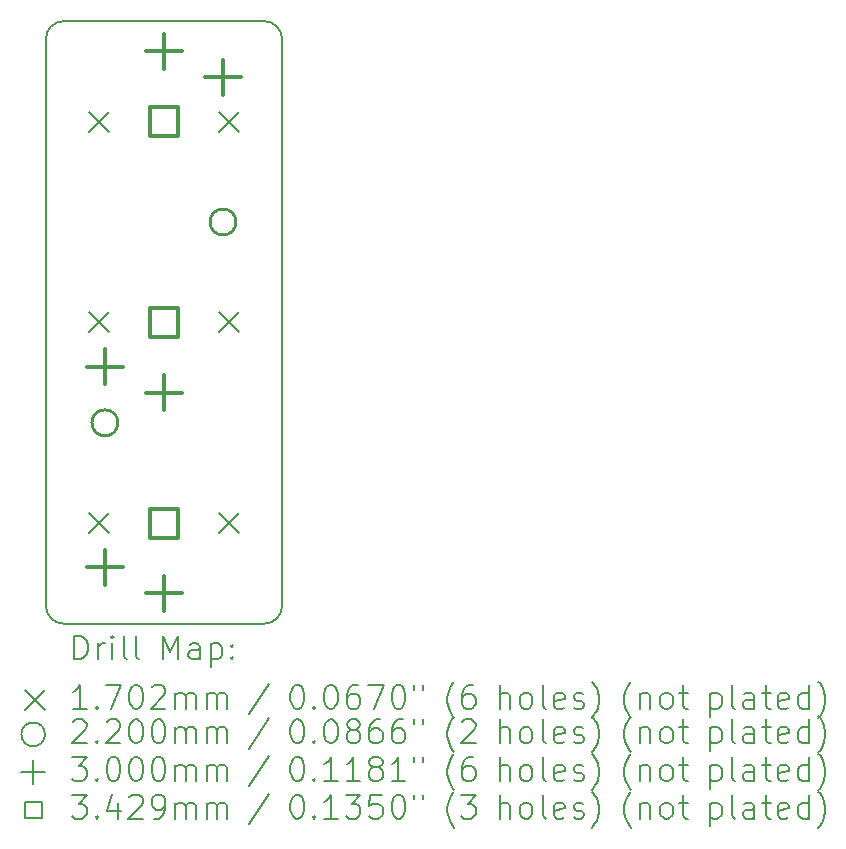
<source format=gbr>
%TF.GenerationSoftware,KiCad,Pcbnew,(7.0.0-0)*%
%TF.CreationDate,2023-06-28T18:09:55+08:00*%
%TF.ProjectId,thumb3,7468756d-6233-42e6-9b69-6361645f7063,v1.0.0*%
%TF.SameCoordinates,Original*%
%TF.FileFunction,Drillmap*%
%TF.FilePolarity,Positive*%
%FSLAX45Y45*%
G04 Gerber Fmt 4.5, Leading zero omitted, Abs format (unit mm)*
G04 Created by KiCad (PCBNEW (7.0.0-0)) date 2023-06-28 18:09:55*
%MOMM*%
%LPD*%
G01*
G04 APERTURE LIST*
%ADD10C,0.150000*%
%ADD11C,0.200000*%
%ADD12C,0.170180*%
%ADD13C,0.220000*%
%ADD14C,0.300000*%
%ADD15C,0.342900*%
G04 APERTURE END LIST*
D10*
X-850000Y-850000D02*
X850000Y-850000D01*
X1000000Y-700000D02*
X1000000Y4100000D01*
X-1000000Y-700000D02*
X-1000000Y4100000D01*
X850000Y4250000D02*
X-850000Y4250000D01*
X850000Y-850000D02*
G75*
G03*
X1000000Y-700000I0J150000D01*
G01*
X1000000Y4100000D02*
G75*
G03*
X850000Y4250000I-150000J0D01*
G01*
X-850000Y4250000D02*
G75*
G03*
X-1000000Y4100000I0J-150000D01*
G01*
X-1000000Y-700000D02*
G75*
G03*
X-850000Y-850000I150000J0D01*
G01*
D11*
D12*
X-635090Y3485090D02*
X-464910Y3314910D01*
X-464910Y3485090D02*
X-635090Y3314910D01*
X-635090Y1785090D02*
X-464910Y1614910D01*
X-464910Y1785090D02*
X-635090Y1614910D01*
X-635090Y85090D02*
X-464910Y-85090D01*
X-464910Y85090D02*
X-635090Y-85090D01*
X464910Y3485090D02*
X635090Y3314910D01*
X635090Y3485090D02*
X464910Y3314910D01*
X464910Y1785090D02*
X635090Y1614910D01*
X635090Y1785090D02*
X464910Y1614910D01*
X464910Y85090D02*
X635090Y-85090D01*
X635090Y85090D02*
X464910Y-85090D01*
D13*
X-390000Y850000D02*
G75*
G03*
X-390000Y850000I-110000J0D01*
G01*
X610000Y2550000D02*
G75*
G03*
X610000Y2550000I-110000J0D01*
G01*
D14*
X-500000Y1475000D02*
X-500000Y1175000D01*
X-650000Y1325000D02*
X-350000Y1325000D01*
X-500000Y-225000D02*
X-500000Y-525000D01*
X-650000Y-375000D02*
X-350000Y-375000D01*
X0Y4145000D02*
X0Y3845000D01*
X-150000Y3995000D02*
X150000Y3995000D01*
X0Y1255000D02*
X0Y955000D01*
X-150000Y1105000D02*
X150000Y1105000D01*
X0Y-445000D02*
X0Y-745000D01*
X-150000Y-595000D02*
X150000Y-595000D01*
X500000Y3925000D02*
X500000Y3625000D01*
X350000Y3775000D02*
X650000Y3775000D01*
D15*
X121235Y3278765D02*
X121235Y3521235D01*
X-121235Y3521235D01*
X-121235Y3278765D01*
X121235Y3278765D01*
X121235Y1578765D02*
X121235Y1821235D01*
X-121235Y1821235D01*
X-121235Y1578765D01*
X121235Y1578765D01*
X121235Y-121235D02*
X121235Y121235D01*
X-121235Y121235D01*
X-121235Y-121235D01*
X121235Y-121235D01*
D11*
X-759881Y-1150976D02*
X-759881Y-950976D01*
X-759881Y-950976D02*
X-712262Y-950976D01*
X-712262Y-950976D02*
X-683690Y-960500D01*
X-683690Y-960500D02*
X-664643Y-979548D01*
X-664643Y-979548D02*
X-655119Y-998595D01*
X-655119Y-998595D02*
X-645595Y-1036690D01*
X-645595Y-1036690D02*
X-645595Y-1065262D01*
X-645595Y-1065262D02*
X-655119Y-1103357D01*
X-655119Y-1103357D02*
X-664643Y-1122405D01*
X-664643Y-1122405D02*
X-683690Y-1141452D01*
X-683690Y-1141452D02*
X-712262Y-1150976D01*
X-712262Y-1150976D02*
X-759881Y-1150976D01*
X-559881Y-1150976D02*
X-559881Y-1017643D01*
X-559881Y-1055738D02*
X-550357Y-1036690D01*
X-550357Y-1036690D02*
X-540833Y-1027167D01*
X-540833Y-1027167D02*
X-521786Y-1017643D01*
X-521786Y-1017643D02*
X-502738Y-1017643D01*
X-436071Y-1150976D02*
X-436071Y-1017643D01*
X-436071Y-950976D02*
X-445595Y-960500D01*
X-445595Y-960500D02*
X-436071Y-970024D01*
X-436071Y-970024D02*
X-426548Y-960500D01*
X-426548Y-960500D02*
X-436071Y-950976D01*
X-436071Y-950976D02*
X-436071Y-970024D01*
X-312262Y-1150976D02*
X-331310Y-1141452D01*
X-331310Y-1141452D02*
X-340833Y-1122405D01*
X-340833Y-1122405D02*
X-340833Y-950976D01*
X-207500Y-1150976D02*
X-226548Y-1141452D01*
X-226548Y-1141452D02*
X-236071Y-1122405D01*
X-236071Y-1122405D02*
X-236071Y-950976D01*
X-11309Y-1150976D02*
X-11309Y-950976D01*
X-11309Y-950976D02*
X55357Y-1093833D01*
X55357Y-1093833D02*
X122024Y-950976D01*
X122024Y-950976D02*
X122024Y-1150976D01*
X302976Y-1150976D02*
X302976Y-1046214D01*
X302976Y-1046214D02*
X293452Y-1027167D01*
X293452Y-1027167D02*
X274405Y-1017643D01*
X274405Y-1017643D02*
X236309Y-1017643D01*
X236309Y-1017643D02*
X217262Y-1027167D01*
X302976Y-1141452D02*
X283929Y-1150976D01*
X283929Y-1150976D02*
X236309Y-1150976D01*
X236309Y-1150976D02*
X217262Y-1141452D01*
X217262Y-1141452D02*
X207738Y-1122405D01*
X207738Y-1122405D02*
X207738Y-1103357D01*
X207738Y-1103357D02*
X217262Y-1084310D01*
X217262Y-1084310D02*
X236309Y-1074786D01*
X236309Y-1074786D02*
X283929Y-1074786D01*
X283929Y-1074786D02*
X302976Y-1065262D01*
X398214Y-1017643D02*
X398214Y-1217643D01*
X398214Y-1027167D02*
X417262Y-1017643D01*
X417262Y-1017643D02*
X455357Y-1017643D01*
X455357Y-1017643D02*
X474405Y-1027167D01*
X474405Y-1027167D02*
X483928Y-1036690D01*
X483928Y-1036690D02*
X493452Y-1055738D01*
X493452Y-1055738D02*
X493452Y-1112881D01*
X493452Y-1112881D02*
X483928Y-1131929D01*
X483928Y-1131929D02*
X474405Y-1141452D01*
X474405Y-1141452D02*
X455357Y-1150976D01*
X455357Y-1150976D02*
X417262Y-1150976D01*
X417262Y-1150976D02*
X398214Y-1141452D01*
X579167Y-1131929D02*
X588690Y-1141452D01*
X588690Y-1141452D02*
X579167Y-1150976D01*
X579167Y-1150976D02*
X569643Y-1141452D01*
X569643Y-1141452D02*
X579167Y-1131929D01*
X579167Y-1131929D02*
X579167Y-1150976D01*
X579167Y-1027167D02*
X588690Y-1036690D01*
X588690Y-1036690D02*
X579167Y-1046214D01*
X579167Y-1046214D02*
X569643Y-1036690D01*
X569643Y-1036690D02*
X579167Y-1027167D01*
X579167Y-1027167D02*
X579167Y-1046214D01*
D12*
X-1177680Y-1412410D02*
X-1007500Y-1582590D01*
X-1007500Y-1412410D02*
X-1177680Y-1582590D01*
D11*
X-655119Y-1570976D02*
X-769405Y-1570976D01*
X-712262Y-1570976D02*
X-712262Y-1370976D01*
X-712262Y-1370976D02*
X-731309Y-1399548D01*
X-731309Y-1399548D02*
X-750357Y-1418595D01*
X-750357Y-1418595D02*
X-769405Y-1428119D01*
X-569405Y-1551928D02*
X-559881Y-1561452D01*
X-559881Y-1561452D02*
X-569405Y-1570976D01*
X-569405Y-1570976D02*
X-578929Y-1561452D01*
X-578929Y-1561452D02*
X-569405Y-1551928D01*
X-569405Y-1551928D02*
X-569405Y-1570976D01*
X-493214Y-1370976D02*
X-359881Y-1370976D01*
X-359881Y-1370976D02*
X-445595Y-1570976D01*
X-245595Y-1370976D02*
X-226547Y-1370976D01*
X-226547Y-1370976D02*
X-207500Y-1380500D01*
X-207500Y-1380500D02*
X-197976Y-1390024D01*
X-197976Y-1390024D02*
X-188452Y-1409071D01*
X-188452Y-1409071D02*
X-178928Y-1447167D01*
X-178928Y-1447167D02*
X-178928Y-1494786D01*
X-178928Y-1494786D02*
X-188452Y-1532881D01*
X-188452Y-1532881D02*
X-197976Y-1551928D01*
X-197976Y-1551928D02*
X-207500Y-1561452D01*
X-207500Y-1561452D02*
X-226547Y-1570976D01*
X-226547Y-1570976D02*
X-245595Y-1570976D01*
X-245595Y-1570976D02*
X-264643Y-1561452D01*
X-264643Y-1561452D02*
X-274167Y-1551928D01*
X-274167Y-1551928D02*
X-283690Y-1532881D01*
X-283690Y-1532881D02*
X-293214Y-1494786D01*
X-293214Y-1494786D02*
X-293214Y-1447167D01*
X-293214Y-1447167D02*
X-283690Y-1409071D01*
X-283690Y-1409071D02*
X-274167Y-1390024D01*
X-274167Y-1390024D02*
X-264643Y-1380500D01*
X-264643Y-1380500D02*
X-245595Y-1370976D01*
X-102738Y-1390024D02*
X-93214Y-1380500D01*
X-93214Y-1380500D02*
X-74167Y-1370976D01*
X-74167Y-1370976D02*
X-26547Y-1370976D01*
X-26547Y-1370976D02*
X-7500Y-1380500D01*
X-7500Y-1380500D02*
X2024Y-1390024D01*
X2024Y-1390024D02*
X11548Y-1409071D01*
X11548Y-1409071D02*
X11548Y-1428119D01*
X11548Y-1428119D02*
X2024Y-1456690D01*
X2024Y-1456690D02*
X-112262Y-1570976D01*
X-112262Y-1570976D02*
X11548Y-1570976D01*
X97262Y-1570976D02*
X97262Y-1437643D01*
X97262Y-1456690D02*
X106786Y-1447167D01*
X106786Y-1447167D02*
X125833Y-1437643D01*
X125833Y-1437643D02*
X154405Y-1437643D01*
X154405Y-1437643D02*
X173452Y-1447167D01*
X173452Y-1447167D02*
X182976Y-1466214D01*
X182976Y-1466214D02*
X182976Y-1570976D01*
X182976Y-1466214D02*
X192500Y-1447167D01*
X192500Y-1447167D02*
X211548Y-1437643D01*
X211548Y-1437643D02*
X240119Y-1437643D01*
X240119Y-1437643D02*
X259167Y-1447167D01*
X259167Y-1447167D02*
X268691Y-1466214D01*
X268691Y-1466214D02*
X268691Y-1570976D01*
X363929Y-1570976D02*
X363929Y-1437643D01*
X363929Y-1456690D02*
X373452Y-1447167D01*
X373452Y-1447167D02*
X392500Y-1437643D01*
X392500Y-1437643D02*
X421071Y-1437643D01*
X421071Y-1437643D02*
X440119Y-1447167D01*
X440119Y-1447167D02*
X449643Y-1466214D01*
X449643Y-1466214D02*
X449643Y-1570976D01*
X449643Y-1466214D02*
X459167Y-1447167D01*
X459167Y-1447167D02*
X478214Y-1437643D01*
X478214Y-1437643D02*
X506786Y-1437643D01*
X506786Y-1437643D02*
X525833Y-1447167D01*
X525833Y-1447167D02*
X535357Y-1466214D01*
X535357Y-1466214D02*
X535357Y-1570976D01*
X893452Y-1361452D02*
X722024Y-1618595D01*
X1118214Y-1370976D02*
X1137262Y-1370976D01*
X1137262Y-1370976D02*
X1156310Y-1380500D01*
X1156310Y-1380500D02*
X1165833Y-1390024D01*
X1165833Y-1390024D02*
X1175357Y-1409071D01*
X1175357Y-1409071D02*
X1184881Y-1447167D01*
X1184881Y-1447167D02*
X1184881Y-1494786D01*
X1184881Y-1494786D02*
X1175357Y-1532881D01*
X1175357Y-1532881D02*
X1165833Y-1551928D01*
X1165833Y-1551928D02*
X1156310Y-1561452D01*
X1156310Y-1561452D02*
X1137262Y-1570976D01*
X1137262Y-1570976D02*
X1118214Y-1570976D01*
X1118214Y-1570976D02*
X1099167Y-1561452D01*
X1099167Y-1561452D02*
X1089643Y-1551928D01*
X1089643Y-1551928D02*
X1080119Y-1532881D01*
X1080119Y-1532881D02*
X1070595Y-1494786D01*
X1070595Y-1494786D02*
X1070595Y-1447167D01*
X1070595Y-1447167D02*
X1080119Y-1409071D01*
X1080119Y-1409071D02*
X1089643Y-1390024D01*
X1089643Y-1390024D02*
X1099167Y-1380500D01*
X1099167Y-1380500D02*
X1118214Y-1370976D01*
X1270595Y-1551928D02*
X1280119Y-1561452D01*
X1280119Y-1561452D02*
X1270595Y-1570976D01*
X1270595Y-1570976D02*
X1261072Y-1561452D01*
X1261072Y-1561452D02*
X1270595Y-1551928D01*
X1270595Y-1551928D02*
X1270595Y-1570976D01*
X1403929Y-1370976D02*
X1422976Y-1370976D01*
X1422976Y-1370976D02*
X1442024Y-1380500D01*
X1442024Y-1380500D02*
X1451548Y-1390024D01*
X1451548Y-1390024D02*
X1461071Y-1409071D01*
X1461071Y-1409071D02*
X1470595Y-1447167D01*
X1470595Y-1447167D02*
X1470595Y-1494786D01*
X1470595Y-1494786D02*
X1461071Y-1532881D01*
X1461071Y-1532881D02*
X1451548Y-1551928D01*
X1451548Y-1551928D02*
X1442024Y-1561452D01*
X1442024Y-1561452D02*
X1422976Y-1570976D01*
X1422976Y-1570976D02*
X1403929Y-1570976D01*
X1403929Y-1570976D02*
X1384881Y-1561452D01*
X1384881Y-1561452D02*
X1375357Y-1551928D01*
X1375357Y-1551928D02*
X1365833Y-1532881D01*
X1365833Y-1532881D02*
X1356310Y-1494786D01*
X1356310Y-1494786D02*
X1356310Y-1447167D01*
X1356310Y-1447167D02*
X1365833Y-1409071D01*
X1365833Y-1409071D02*
X1375357Y-1390024D01*
X1375357Y-1390024D02*
X1384881Y-1380500D01*
X1384881Y-1380500D02*
X1403929Y-1370976D01*
X1642024Y-1370976D02*
X1603929Y-1370976D01*
X1603929Y-1370976D02*
X1584881Y-1380500D01*
X1584881Y-1380500D02*
X1575357Y-1390024D01*
X1575357Y-1390024D02*
X1556310Y-1418595D01*
X1556310Y-1418595D02*
X1546786Y-1456690D01*
X1546786Y-1456690D02*
X1546786Y-1532881D01*
X1546786Y-1532881D02*
X1556310Y-1551928D01*
X1556310Y-1551928D02*
X1565833Y-1561452D01*
X1565833Y-1561452D02*
X1584881Y-1570976D01*
X1584881Y-1570976D02*
X1622976Y-1570976D01*
X1622976Y-1570976D02*
X1642024Y-1561452D01*
X1642024Y-1561452D02*
X1651548Y-1551928D01*
X1651548Y-1551928D02*
X1661071Y-1532881D01*
X1661071Y-1532881D02*
X1661071Y-1485262D01*
X1661071Y-1485262D02*
X1651548Y-1466214D01*
X1651548Y-1466214D02*
X1642024Y-1456690D01*
X1642024Y-1456690D02*
X1622976Y-1447167D01*
X1622976Y-1447167D02*
X1584881Y-1447167D01*
X1584881Y-1447167D02*
X1565833Y-1456690D01*
X1565833Y-1456690D02*
X1556310Y-1466214D01*
X1556310Y-1466214D02*
X1546786Y-1485262D01*
X1727738Y-1370976D02*
X1861071Y-1370976D01*
X1861071Y-1370976D02*
X1775357Y-1570976D01*
X1975357Y-1370976D02*
X1994405Y-1370976D01*
X1994405Y-1370976D02*
X2013452Y-1380500D01*
X2013452Y-1380500D02*
X2022976Y-1390024D01*
X2022976Y-1390024D02*
X2032500Y-1409071D01*
X2032500Y-1409071D02*
X2042024Y-1447167D01*
X2042024Y-1447167D02*
X2042024Y-1494786D01*
X2042024Y-1494786D02*
X2032500Y-1532881D01*
X2032500Y-1532881D02*
X2022976Y-1551928D01*
X2022976Y-1551928D02*
X2013452Y-1561452D01*
X2013452Y-1561452D02*
X1994405Y-1570976D01*
X1994405Y-1570976D02*
X1975357Y-1570976D01*
X1975357Y-1570976D02*
X1956310Y-1561452D01*
X1956310Y-1561452D02*
X1946786Y-1551928D01*
X1946786Y-1551928D02*
X1937262Y-1532881D01*
X1937262Y-1532881D02*
X1927738Y-1494786D01*
X1927738Y-1494786D02*
X1927738Y-1447167D01*
X1927738Y-1447167D02*
X1937262Y-1409071D01*
X1937262Y-1409071D02*
X1946786Y-1390024D01*
X1946786Y-1390024D02*
X1956310Y-1380500D01*
X1956310Y-1380500D02*
X1975357Y-1370976D01*
X2118214Y-1370976D02*
X2118214Y-1409071D01*
X2194405Y-1370976D02*
X2194405Y-1409071D01*
X2457262Y-1647167D02*
X2447738Y-1637643D01*
X2447738Y-1637643D02*
X2428691Y-1609071D01*
X2428691Y-1609071D02*
X2419167Y-1590024D01*
X2419167Y-1590024D02*
X2409643Y-1561452D01*
X2409643Y-1561452D02*
X2400119Y-1513833D01*
X2400119Y-1513833D02*
X2400119Y-1475738D01*
X2400119Y-1475738D02*
X2409643Y-1428119D01*
X2409643Y-1428119D02*
X2419167Y-1399548D01*
X2419167Y-1399548D02*
X2428691Y-1380500D01*
X2428691Y-1380500D02*
X2447738Y-1351929D01*
X2447738Y-1351929D02*
X2457262Y-1342405D01*
X2619167Y-1370976D02*
X2581072Y-1370976D01*
X2581072Y-1370976D02*
X2562024Y-1380500D01*
X2562024Y-1380500D02*
X2552500Y-1390024D01*
X2552500Y-1390024D02*
X2533453Y-1418595D01*
X2533453Y-1418595D02*
X2523929Y-1456690D01*
X2523929Y-1456690D02*
X2523929Y-1532881D01*
X2523929Y-1532881D02*
X2533453Y-1551928D01*
X2533453Y-1551928D02*
X2542976Y-1561452D01*
X2542976Y-1561452D02*
X2562024Y-1570976D01*
X2562024Y-1570976D02*
X2600119Y-1570976D01*
X2600119Y-1570976D02*
X2619167Y-1561452D01*
X2619167Y-1561452D02*
X2628691Y-1551928D01*
X2628691Y-1551928D02*
X2638214Y-1532881D01*
X2638214Y-1532881D02*
X2638214Y-1485262D01*
X2638214Y-1485262D02*
X2628691Y-1466214D01*
X2628691Y-1466214D02*
X2619167Y-1456690D01*
X2619167Y-1456690D02*
X2600119Y-1447167D01*
X2600119Y-1447167D02*
X2562024Y-1447167D01*
X2562024Y-1447167D02*
X2542976Y-1456690D01*
X2542976Y-1456690D02*
X2533453Y-1466214D01*
X2533453Y-1466214D02*
X2523929Y-1485262D01*
X2843929Y-1570976D02*
X2843929Y-1370976D01*
X2929643Y-1570976D02*
X2929643Y-1466214D01*
X2929643Y-1466214D02*
X2920119Y-1447167D01*
X2920119Y-1447167D02*
X2901072Y-1437643D01*
X2901072Y-1437643D02*
X2872500Y-1437643D01*
X2872500Y-1437643D02*
X2853452Y-1447167D01*
X2853452Y-1447167D02*
X2843929Y-1456690D01*
X3053452Y-1570976D02*
X3034405Y-1561452D01*
X3034405Y-1561452D02*
X3024881Y-1551928D01*
X3024881Y-1551928D02*
X3015357Y-1532881D01*
X3015357Y-1532881D02*
X3015357Y-1475738D01*
X3015357Y-1475738D02*
X3024881Y-1456690D01*
X3024881Y-1456690D02*
X3034405Y-1447167D01*
X3034405Y-1447167D02*
X3053452Y-1437643D01*
X3053452Y-1437643D02*
X3082024Y-1437643D01*
X3082024Y-1437643D02*
X3101072Y-1447167D01*
X3101072Y-1447167D02*
X3110595Y-1456690D01*
X3110595Y-1456690D02*
X3120119Y-1475738D01*
X3120119Y-1475738D02*
X3120119Y-1532881D01*
X3120119Y-1532881D02*
X3110595Y-1551928D01*
X3110595Y-1551928D02*
X3101072Y-1561452D01*
X3101072Y-1561452D02*
X3082024Y-1570976D01*
X3082024Y-1570976D02*
X3053452Y-1570976D01*
X3234405Y-1570976D02*
X3215357Y-1561452D01*
X3215357Y-1561452D02*
X3205833Y-1542405D01*
X3205833Y-1542405D02*
X3205833Y-1370976D01*
X3386786Y-1561452D02*
X3367738Y-1570976D01*
X3367738Y-1570976D02*
X3329643Y-1570976D01*
X3329643Y-1570976D02*
X3310595Y-1561452D01*
X3310595Y-1561452D02*
X3301072Y-1542405D01*
X3301072Y-1542405D02*
X3301072Y-1466214D01*
X3301072Y-1466214D02*
X3310595Y-1447167D01*
X3310595Y-1447167D02*
X3329643Y-1437643D01*
X3329643Y-1437643D02*
X3367738Y-1437643D01*
X3367738Y-1437643D02*
X3386786Y-1447167D01*
X3386786Y-1447167D02*
X3396310Y-1466214D01*
X3396310Y-1466214D02*
X3396310Y-1485262D01*
X3396310Y-1485262D02*
X3301072Y-1504309D01*
X3472500Y-1561452D02*
X3491548Y-1570976D01*
X3491548Y-1570976D02*
X3529643Y-1570976D01*
X3529643Y-1570976D02*
X3548691Y-1561452D01*
X3548691Y-1561452D02*
X3558214Y-1542405D01*
X3558214Y-1542405D02*
X3558214Y-1532881D01*
X3558214Y-1532881D02*
X3548691Y-1513833D01*
X3548691Y-1513833D02*
X3529643Y-1504309D01*
X3529643Y-1504309D02*
X3501072Y-1504309D01*
X3501072Y-1504309D02*
X3482024Y-1494786D01*
X3482024Y-1494786D02*
X3472500Y-1475738D01*
X3472500Y-1475738D02*
X3472500Y-1466214D01*
X3472500Y-1466214D02*
X3482024Y-1447167D01*
X3482024Y-1447167D02*
X3501072Y-1437643D01*
X3501072Y-1437643D02*
X3529643Y-1437643D01*
X3529643Y-1437643D02*
X3548691Y-1447167D01*
X3624881Y-1647167D02*
X3634405Y-1637643D01*
X3634405Y-1637643D02*
X3653453Y-1609071D01*
X3653453Y-1609071D02*
X3662976Y-1590024D01*
X3662976Y-1590024D02*
X3672500Y-1561452D01*
X3672500Y-1561452D02*
X3682024Y-1513833D01*
X3682024Y-1513833D02*
X3682024Y-1475738D01*
X3682024Y-1475738D02*
X3672500Y-1428119D01*
X3672500Y-1428119D02*
X3662976Y-1399548D01*
X3662976Y-1399548D02*
X3653453Y-1380500D01*
X3653453Y-1380500D02*
X3634405Y-1351929D01*
X3634405Y-1351929D02*
X3624881Y-1342405D01*
X3954405Y-1647167D02*
X3944881Y-1637643D01*
X3944881Y-1637643D02*
X3925833Y-1609071D01*
X3925833Y-1609071D02*
X3916310Y-1590024D01*
X3916310Y-1590024D02*
X3906786Y-1561452D01*
X3906786Y-1561452D02*
X3897262Y-1513833D01*
X3897262Y-1513833D02*
X3897262Y-1475738D01*
X3897262Y-1475738D02*
X3906786Y-1428119D01*
X3906786Y-1428119D02*
X3916310Y-1399548D01*
X3916310Y-1399548D02*
X3925833Y-1380500D01*
X3925833Y-1380500D02*
X3944881Y-1351929D01*
X3944881Y-1351929D02*
X3954405Y-1342405D01*
X4030595Y-1437643D02*
X4030595Y-1570976D01*
X4030595Y-1456690D02*
X4040119Y-1447167D01*
X4040119Y-1447167D02*
X4059167Y-1437643D01*
X4059167Y-1437643D02*
X4087738Y-1437643D01*
X4087738Y-1437643D02*
X4106786Y-1447167D01*
X4106786Y-1447167D02*
X4116310Y-1466214D01*
X4116310Y-1466214D02*
X4116310Y-1570976D01*
X4240119Y-1570976D02*
X4221072Y-1561452D01*
X4221072Y-1561452D02*
X4211548Y-1551928D01*
X4211548Y-1551928D02*
X4202024Y-1532881D01*
X4202024Y-1532881D02*
X4202024Y-1475738D01*
X4202024Y-1475738D02*
X4211548Y-1456690D01*
X4211548Y-1456690D02*
X4221072Y-1447167D01*
X4221072Y-1447167D02*
X4240119Y-1437643D01*
X4240119Y-1437643D02*
X4268691Y-1437643D01*
X4268691Y-1437643D02*
X4287738Y-1447167D01*
X4287738Y-1447167D02*
X4297262Y-1456690D01*
X4297262Y-1456690D02*
X4306786Y-1475738D01*
X4306786Y-1475738D02*
X4306786Y-1532881D01*
X4306786Y-1532881D02*
X4297262Y-1551928D01*
X4297262Y-1551928D02*
X4287738Y-1561452D01*
X4287738Y-1561452D02*
X4268691Y-1570976D01*
X4268691Y-1570976D02*
X4240119Y-1570976D01*
X4363929Y-1437643D02*
X4440119Y-1437643D01*
X4392500Y-1370976D02*
X4392500Y-1542405D01*
X4392500Y-1542405D02*
X4402024Y-1561452D01*
X4402024Y-1561452D02*
X4421072Y-1570976D01*
X4421072Y-1570976D02*
X4440119Y-1570976D01*
X4626786Y-1437643D02*
X4626786Y-1637643D01*
X4626786Y-1447167D02*
X4645834Y-1437643D01*
X4645834Y-1437643D02*
X4683929Y-1437643D01*
X4683929Y-1437643D02*
X4702976Y-1447167D01*
X4702976Y-1447167D02*
X4712500Y-1456690D01*
X4712500Y-1456690D02*
X4722024Y-1475738D01*
X4722024Y-1475738D02*
X4722024Y-1532881D01*
X4722024Y-1532881D02*
X4712500Y-1551928D01*
X4712500Y-1551928D02*
X4702976Y-1561452D01*
X4702976Y-1561452D02*
X4683929Y-1570976D01*
X4683929Y-1570976D02*
X4645834Y-1570976D01*
X4645834Y-1570976D02*
X4626786Y-1561452D01*
X4836310Y-1570976D02*
X4817262Y-1561452D01*
X4817262Y-1561452D02*
X4807738Y-1542405D01*
X4807738Y-1542405D02*
X4807738Y-1370976D01*
X4998215Y-1570976D02*
X4998215Y-1466214D01*
X4998215Y-1466214D02*
X4988691Y-1447167D01*
X4988691Y-1447167D02*
X4969643Y-1437643D01*
X4969643Y-1437643D02*
X4931548Y-1437643D01*
X4931548Y-1437643D02*
X4912500Y-1447167D01*
X4998215Y-1561452D02*
X4979167Y-1570976D01*
X4979167Y-1570976D02*
X4931548Y-1570976D01*
X4931548Y-1570976D02*
X4912500Y-1561452D01*
X4912500Y-1561452D02*
X4902976Y-1542405D01*
X4902976Y-1542405D02*
X4902976Y-1523357D01*
X4902976Y-1523357D02*
X4912500Y-1504309D01*
X4912500Y-1504309D02*
X4931548Y-1494786D01*
X4931548Y-1494786D02*
X4979167Y-1494786D01*
X4979167Y-1494786D02*
X4998215Y-1485262D01*
X5064881Y-1437643D02*
X5141072Y-1437643D01*
X5093453Y-1370976D02*
X5093453Y-1542405D01*
X5093453Y-1542405D02*
X5102976Y-1561452D01*
X5102976Y-1561452D02*
X5122024Y-1570976D01*
X5122024Y-1570976D02*
X5141072Y-1570976D01*
X5283929Y-1561452D02*
X5264881Y-1570976D01*
X5264881Y-1570976D02*
X5226786Y-1570976D01*
X5226786Y-1570976D02*
X5207738Y-1561452D01*
X5207738Y-1561452D02*
X5198215Y-1542405D01*
X5198215Y-1542405D02*
X5198215Y-1466214D01*
X5198215Y-1466214D02*
X5207738Y-1447167D01*
X5207738Y-1447167D02*
X5226786Y-1437643D01*
X5226786Y-1437643D02*
X5264881Y-1437643D01*
X5264881Y-1437643D02*
X5283929Y-1447167D01*
X5283929Y-1447167D02*
X5293453Y-1466214D01*
X5293453Y-1466214D02*
X5293453Y-1485262D01*
X5293453Y-1485262D02*
X5198215Y-1504309D01*
X5464881Y-1570976D02*
X5464881Y-1370976D01*
X5464881Y-1561452D02*
X5445834Y-1570976D01*
X5445834Y-1570976D02*
X5407738Y-1570976D01*
X5407738Y-1570976D02*
X5388691Y-1561452D01*
X5388691Y-1561452D02*
X5379167Y-1551928D01*
X5379167Y-1551928D02*
X5369643Y-1532881D01*
X5369643Y-1532881D02*
X5369643Y-1475738D01*
X5369643Y-1475738D02*
X5379167Y-1456690D01*
X5379167Y-1456690D02*
X5388691Y-1447167D01*
X5388691Y-1447167D02*
X5407738Y-1437643D01*
X5407738Y-1437643D02*
X5445834Y-1437643D01*
X5445834Y-1437643D02*
X5464881Y-1447167D01*
X5541072Y-1647167D02*
X5550596Y-1637643D01*
X5550596Y-1637643D02*
X5569643Y-1609071D01*
X5569643Y-1609071D02*
X5579167Y-1590024D01*
X5579167Y-1590024D02*
X5588691Y-1561452D01*
X5588691Y-1561452D02*
X5598214Y-1513833D01*
X5598214Y-1513833D02*
X5598214Y-1475738D01*
X5598214Y-1475738D02*
X5588691Y-1428119D01*
X5588691Y-1428119D02*
X5579167Y-1399548D01*
X5579167Y-1399548D02*
X5569643Y-1380500D01*
X5569643Y-1380500D02*
X5550596Y-1351929D01*
X5550596Y-1351929D02*
X5541072Y-1342405D01*
X-1007500Y-1787680D02*
G75*
G03*
X-1007500Y-1787680I-100000J0D01*
G01*
X-769405Y-1680204D02*
X-759881Y-1670680D01*
X-759881Y-1670680D02*
X-740833Y-1661156D01*
X-740833Y-1661156D02*
X-693214Y-1661156D01*
X-693214Y-1661156D02*
X-674167Y-1670680D01*
X-674167Y-1670680D02*
X-664643Y-1680204D01*
X-664643Y-1680204D02*
X-655119Y-1699251D01*
X-655119Y-1699251D02*
X-655119Y-1718299D01*
X-655119Y-1718299D02*
X-664643Y-1746870D01*
X-664643Y-1746870D02*
X-778928Y-1861156D01*
X-778928Y-1861156D02*
X-655119Y-1861156D01*
X-569405Y-1842108D02*
X-559881Y-1851632D01*
X-559881Y-1851632D02*
X-569405Y-1861156D01*
X-569405Y-1861156D02*
X-578929Y-1851632D01*
X-578929Y-1851632D02*
X-569405Y-1842108D01*
X-569405Y-1842108D02*
X-569405Y-1861156D01*
X-483690Y-1680204D02*
X-474167Y-1670680D01*
X-474167Y-1670680D02*
X-455119Y-1661156D01*
X-455119Y-1661156D02*
X-407500Y-1661156D01*
X-407500Y-1661156D02*
X-388452Y-1670680D01*
X-388452Y-1670680D02*
X-378928Y-1680204D01*
X-378928Y-1680204D02*
X-369405Y-1699251D01*
X-369405Y-1699251D02*
X-369405Y-1718299D01*
X-369405Y-1718299D02*
X-378928Y-1746870D01*
X-378928Y-1746870D02*
X-493214Y-1861156D01*
X-493214Y-1861156D02*
X-369405Y-1861156D01*
X-245595Y-1661156D02*
X-226547Y-1661156D01*
X-226547Y-1661156D02*
X-207500Y-1670680D01*
X-207500Y-1670680D02*
X-197976Y-1680204D01*
X-197976Y-1680204D02*
X-188452Y-1699251D01*
X-188452Y-1699251D02*
X-178928Y-1737347D01*
X-178928Y-1737347D02*
X-178928Y-1784966D01*
X-178928Y-1784966D02*
X-188452Y-1823061D01*
X-188452Y-1823061D02*
X-197976Y-1842108D01*
X-197976Y-1842108D02*
X-207500Y-1851632D01*
X-207500Y-1851632D02*
X-226547Y-1861156D01*
X-226547Y-1861156D02*
X-245595Y-1861156D01*
X-245595Y-1861156D02*
X-264643Y-1851632D01*
X-264643Y-1851632D02*
X-274167Y-1842108D01*
X-274167Y-1842108D02*
X-283690Y-1823061D01*
X-283690Y-1823061D02*
X-293214Y-1784966D01*
X-293214Y-1784966D02*
X-293214Y-1737347D01*
X-293214Y-1737347D02*
X-283690Y-1699251D01*
X-283690Y-1699251D02*
X-274167Y-1680204D01*
X-274167Y-1680204D02*
X-264643Y-1670680D01*
X-264643Y-1670680D02*
X-245595Y-1661156D01*
X-55119Y-1661156D02*
X-36071Y-1661156D01*
X-36071Y-1661156D02*
X-17024Y-1670680D01*
X-17024Y-1670680D02*
X-7500Y-1680204D01*
X-7500Y-1680204D02*
X2024Y-1699251D01*
X2024Y-1699251D02*
X11548Y-1737347D01*
X11548Y-1737347D02*
X11548Y-1784966D01*
X11548Y-1784966D02*
X2024Y-1823061D01*
X2024Y-1823061D02*
X-7500Y-1842108D01*
X-7500Y-1842108D02*
X-17024Y-1851632D01*
X-17024Y-1851632D02*
X-36071Y-1861156D01*
X-36071Y-1861156D02*
X-55119Y-1861156D01*
X-55119Y-1861156D02*
X-74167Y-1851632D01*
X-74167Y-1851632D02*
X-83690Y-1842108D01*
X-83690Y-1842108D02*
X-93214Y-1823061D01*
X-93214Y-1823061D02*
X-102738Y-1784966D01*
X-102738Y-1784966D02*
X-102738Y-1737347D01*
X-102738Y-1737347D02*
X-93214Y-1699251D01*
X-93214Y-1699251D02*
X-83690Y-1680204D01*
X-83690Y-1680204D02*
X-74167Y-1670680D01*
X-74167Y-1670680D02*
X-55119Y-1661156D01*
X97262Y-1861156D02*
X97262Y-1727823D01*
X97262Y-1746870D02*
X106786Y-1737347D01*
X106786Y-1737347D02*
X125833Y-1727823D01*
X125833Y-1727823D02*
X154405Y-1727823D01*
X154405Y-1727823D02*
X173452Y-1737347D01*
X173452Y-1737347D02*
X182976Y-1756394D01*
X182976Y-1756394D02*
X182976Y-1861156D01*
X182976Y-1756394D02*
X192500Y-1737347D01*
X192500Y-1737347D02*
X211548Y-1727823D01*
X211548Y-1727823D02*
X240119Y-1727823D01*
X240119Y-1727823D02*
X259167Y-1737347D01*
X259167Y-1737347D02*
X268691Y-1756394D01*
X268691Y-1756394D02*
X268691Y-1861156D01*
X363929Y-1861156D02*
X363929Y-1727823D01*
X363929Y-1746870D02*
X373452Y-1737347D01*
X373452Y-1737347D02*
X392500Y-1727823D01*
X392500Y-1727823D02*
X421071Y-1727823D01*
X421071Y-1727823D02*
X440119Y-1737347D01*
X440119Y-1737347D02*
X449643Y-1756394D01*
X449643Y-1756394D02*
X449643Y-1861156D01*
X449643Y-1756394D02*
X459167Y-1737347D01*
X459167Y-1737347D02*
X478214Y-1727823D01*
X478214Y-1727823D02*
X506786Y-1727823D01*
X506786Y-1727823D02*
X525833Y-1737347D01*
X525833Y-1737347D02*
X535357Y-1756394D01*
X535357Y-1756394D02*
X535357Y-1861156D01*
X893452Y-1651632D02*
X722024Y-1908775D01*
X1118214Y-1661156D02*
X1137262Y-1661156D01*
X1137262Y-1661156D02*
X1156310Y-1670680D01*
X1156310Y-1670680D02*
X1165833Y-1680204D01*
X1165833Y-1680204D02*
X1175357Y-1699251D01*
X1175357Y-1699251D02*
X1184881Y-1737347D01*
X1184881Y-1737347D02*
X1184881Y-1784966D01*
X1184881Y-1784966D02*
X1175357Y-1823061D01*
X1175357Y-1823061D02*
X1165833Y-1842108D01*
X1165833Y-1842108D02*
X1156310Y-1851632D01*
X1156310Y-1851632D02*
X1137262Y-1861156D01*
X1137262Y-1861156D02*
X1118214Y-1861156D01*
X1118214Y-1861156D02*
X1099167Y-1851632D01*
X1099167Y-1851632D02*
X1089643Y-1842108D01*
X1089643Y-1842108D02*
X1080119Y-1823061D01*
X1080119Y-1823061D02*
X1070595Y-1784966D01*
X1070595Y-1784966D02*
X1070595Y-1737347D01*
X1070595Y-1737347D02*
X1080119Y-1699251D01*
X1080119Y-1699251D02*
X1089643Y-1680204D01*
X1089643Y-1680204D02*
X1099167Y-1670680D01*
X1099167Y-1670680D02*
X1118214Y-1661156D01*
X1270595Y-1842108D02*
X1280119Y-1851632D01*
X1280119Y-1851632D02*
X1270595Y-1861156D01*
X1270595Y-1861156D02*
X1261072Y-1851632D01*
X1261072Y-1851632D02*
X1270595Y-1842108D01*
X1270595Y-1842108D02*
X1270595Y-1861156D01*
X1403929Y-1661156D02*
X1422976Y-1661156D01*
X1422976Y-1661156D02*
X1442024Y-1670680D01*
X1442024Y-1670680D02*
X1451548Y-1680204D01*
X1451548Y-1680204D02*
X1461071Y-1699251D01*
X1461071Y-1699251D02*
X1470595Y-1737347D01*
X1470595Y-1737347D02*
X1470595Y-1784966D01*
X1470595Y-1784966D02*
X1461071Y-1823061D01*
X1461071Y-1823061D02*
X1451548Y-1842108D01*
X1451548Y-1842108D02*
X1442024Y-1851632D01*
X1442024Y-1851632D02*
X1422976Y-1861156D01*
X1422976Y-1861156D02*
X1403929Y-1861156D01*
X1403929Y-1861156D02*
X1384881Y-1851632D01*
X1384881Y-1851632D02*
X1375357Y-1842108D01*
X1375357Y-1842108D02*
X1365833Y-1823061D01*
X1365833Y-1823061D02*
X1356310Y-1784966D01*
X1356310Y-1784966D02*
X1356310Y-1737347D01*
X1356310Y-1737347D02*
X1365833Y-1699251D01*
X1365833Y-1699251D02*
X1375357Y-1680204D01*
X1375357Y-1680204D02*
X1384881Y-1670680D01*
X1384881Y-1670680D02*
X1403929Y-1661156D01*
X1584881Y-1746870D02*
X1565833Y-1737347D01*
X1565833Y-1737347D02*
X1556310Y-1727823D01*
X1556310Y-1727823D02*
X1546786Y-1708775D01*
X1546786Y-1708775D02*
X1546786Y-1699251D01*
X1546786Y-1699251D02*
X1556310Y-1680204D01*
X1556310Y-1680204D02*
X1565833Y-1670680D01*
X1565833Y-1670680D02*
X1584881Y-1661156D01*
X1584881Y-1661156D02*
X1622976Y-1661156D01*
X1622976Y-1661156D02*
X1642024Y-1670680D01*
X1642024Y-1670680D02*
X1651548Y-1680204D01*
X1651548Y-1680204D02*
X1661071Y-1699251D01*
X1661071Y-1699251D02*
X1661071Y-1708775D01*
X1661071Y-1708775D02*
X1651548Y-1727823D01*
X1651548Y-1727823D02*
X1642024Y-1737347D01*
X1642024Y-1737347D02*
X1622976Y-1746870D01*
X1622976Y-1746870D02*
X1584881Y-1746870D01*
X1584881Y-1746870D02*
X1565833Y-1756394D01*
X1565833Y-1756394D02*
X1556310Y-1765918D01*
X1556310Y-1765918D02*
X1546786Y-1784966D01*
X1546786Y-1784966D02*
X1546786Y-1823061D01*
X1546786Y-1823061D02*
X1556310Y-1842108D01*
X1556310Y-1842108D02*
X1565833Y-1851632D01*
X1565833Y-1851632D02*
X1584881Y-1861156D01*
X1584881Y-1861156D02*
X1622976Y-1861156D01*
X1622976Y-1861156D02*
X1642024Y-1851632D01*
X1642024Y-1851632D02*
X1651548Y-1842108D01*
X1651548Y-1842108D02*
X1661071Y-1823061D01*
X1661071Y-1823061D02*
X1661071Y-1784966D01*
X1661071Y-1784966D02*
X1651548Y-1765918D01*
X1651548Y-1765918D02*
X1642024Y-1756394D01*
X1642024Y-1756394D02*
X1622976Y-1746870D01*
X1832500Y-1661156D02*
X1794405Y-1661156D01*
X1794405Y-1661156D02*
X1775357Y-1670680D01*
X1775357Y-1670680D02*
X1765833Y-1680204D01*
X1765833Y-1680204D02*
X1746786Y-1708775D01*
X1746786Y-1708775D02*
X1737262Y-1746870D01*
X1737262Y-1746870D02*
X1737262Y-1823061D01*
X1737262Y-1823061D02*
X1746786Y-1842108D01*
X1746786Y-1842108D02*
X1756310Y-1851632D01*
X1756310Y-1851632D02*
X1775357Y-1861156D01*
X1775357Y-1861156D02*
X1813452Y-1861156D01*
X1813452Y-1861156D02*
X1832500Y-1851632D01*
X1832500Y-1851632D02*
X1842024Y-1842108D01*
X1842024Y-1842108D02*
X1851548Y-1823061D01*
X1851548Y-1823061D02*
X1851548Y-1775442D01*
X1851548Y-1775442D02*
X1842024Y-1756394D01*
X1842024Y-1756394D02*
X1832500Y-1746870D01*
X1832500Y-1746870D02*
X1813452Y-1737347D01*
X1813452Y-1737347D02*
X1775357Y-1737347D01*
X1775357Y-1737347D02*
X1756310Y-1746870D01*
X1756310Y-1746870D02*
X1746786Y-1756394D01*
X1746786Y-1756394D02*
X1737262Y-1775442D01*
X2022976Y-1661156D02*
X1984881Y-1661156D01*
X1984881Y-1661156D02*
X1965833Y-1670680D01*
X1965833Y-1670680D02*
X1956310Y-1680204D01*
X1956310Y-1680204D02*
X1937262Y-1708775D01*
X1937262Y-1708775D02*
X1927738Y-1746870D01*
X1927738Y-1746870D02*
X1927738Y-1823061D01*
X1927738Y-1823061D02*
X1937262Y-1842108D01*
X1937262Y-1842108D02*
X1946786Y-1851632D01*
X1946786Y-1851632D02*
X1965833Y-1861156D01*
X1965833Y-1861156D02*
X2003929Y-1861156D01*
X2003929Y-1861156D02*
X2022976Y-1851632D01*
X2022976Y-1851632D02*
X2032500Y-1842108D01*
X2032500Y-1842108D02*
X2042024Y-1823061D01*
X2042024Y-1823061D02*
X2042024Y-1775442D01*
X2042024Y-1775442D02*
X2032500Y-1756394D01*
X2032500Y-1756394D02*
X2022976Y-1746870D01*
X2022976Y-1746870D02*
X2003929Y-1737347D01*
X2003929Y-1737347D02*
X1965833Y-1737347D01*
X1965833Y-1737347D02*
X1946786Y-1746870D01*
X1946786Y-1746870D02*
X1937262Y-1756394D01*
X1937262Y-1756394D02*
X1927738Y-1775442D01*
X2118214Y-1661156D02*
X2118214Y-1699251D01*
X2194405Y-1661156D02*
X2194405Y-1699251D01*
X2457262Y-1937347D02*
X2447738Y-1927823D01*
X2447738Y-1927823D02*
X2428691Y-1899251D01*
X2428691Y-1899251D02*
X2419167Y-1880204D01*
X2419167Y-1880204D02*
X2409643Y-1851632D01*
X2409643Y-1851632D02*
X2400119Y-1804013D01*
X2400119Y-1804013D02*
X2400119Y-1765918D01*
X2400119Y-1765918D02*
X2409643Y-1718299D01*
X2409643Y-1718299D02*
X2419167Y-1689728D01*
X2419167Y-1689728D02*
X2428691Y-1670680D01*
X2428691Y-1670680D02*
X2447738Y-1642108D01*
X2447738Y-1642108D02*
X2457262Y-1632585D01*
X2523929Y-1680204D02*
X2533453Y-1670680D01*
X2533453Y-1670680D02*
X2552500Y-1661156D01*
X2552500Y-1661156D02*
X2600119Y-1661156D01*
X2600119Y-1661156D02*
X2619167Y-1670680D01*
X2619167Y-1670680D02*
X2628691Y-1680204D01*
X2628691Y-1680204D02*
X2638214Y-1699251D01*
X2638214Y-1699251D02*
X2638214Y-1718299D01*
X2638214Y-1718299D02*
X2628691Y-1746870D01*
X2628691Y-1746870D02*
X2514405Y-1861156D01*
X2514405Y-1861156D02*
X2638214Y-1861156D01*
X2843929Y-1861156D02*
X2843929Y-1661156D01*
X2929643Y-1861156D02*
X2929643Y-1756394D01*
X2929643Y-1756394D02*
X2920119Y-1737347D01*
X2920119Y-1737347D02*
X2901072Y-1727823D01*
X2901072Y-1727823D02*
X2872500Y-1727823D01*
X2872500Y-1727823D02*
X2853452Y-1737347D01*
X2853452Y-1737347D02*
X2843929Y-1746870D01*
X3053452Y-1861156D02*
X3034405Y-1851632D01*
X3034405Y-1851632D02*
X3024881Y-1842108D01*
X3024881Y-1842108D02*
X3015357Y-1823061D01*
X3015357Y-1823061D02*
X3015357Y-1765918D01*
X3015357Y-1765918D02*
X3024881Y-1746870D01*
X3024881Y-1746870D02*
X3034405Y-1737347D01*
X3034405Y-1737347D02*
X3053452Y-1727823D01*
X3053452Y-1727823D02*
X3082024Y-1727823D01*
X3082024Y-1727823D02*
X3101072Y-1737347D01*
X3101072Y-1737347D02*
X3110595Y-1746870D01*
X3110595Y-1746870D02*
X3120119Y-1765918D01*
X3120119Y-1765918D02*
X3120119Y-1823061D01*
X3120119Y-1823061D02*
X3110595Y-1842108D01*
X3110595Y-1842108D02*
X3101072Y-1851632D01*
X3101072Y-1851632D02*
X3082024Y-1861156D01*
X3082024Y-1861156D02*
X3053452Y-1861156D01*
X3234405Y-1861156D02*
X3215357Y-1851632D01*
X3215357Y-1851632D02*
X3205833Y-1832585D01*
X3205833Y-1832585D02*
X3205833Y-1661156D01*
X3386786Y-1851632D02*
X3367738Y-1861156D01*
X3367738Y-1861156D02*
X3329643Y-1861156D01*
X3329643Y-1861156D02*
X3310595Y-1851632D01*
X3310595Y-1851632D02*
X3301072Y-1832585D01*
X3301072Y-1832585D02*
X3301072Y-1756394D01*
X3301072Y-1756394D02*
X3310595Y-1737347D01*
X3310595Y-1737347D02*
X3329643Y-1727823D01*
X3329643Y-1727823D02*
X3367738Y-1727823D01*
X3367738Y-1727823D02*
X3386786Y-1737347D01*
X3386786Y-1737347D02*
X3396310Y-1756394D01*
X3396310Y-1756394D02*
X3396310Y-1775442D01*
X3396310Y-1775442D02*
X3301072Y-1794489D01*
X3472500Y-1851632D02*
X3491548Y-1861156D01*
X3491548Y-1861156D02*
X3529643Y-1861156D01*
X3529643Y-1861156D02*
X3548691Y-1851632D01*
X3548691Y-1851632D02*
X3558214Y-1832585D01*
X3558214Y-1832585D02*
X3558214Y-1823061D01*
X3558214Y-1823061D02*
X3548691Y-1804013D01*
X3548691Y-1804013D02*
X3529643Y-1794489D01*
X3529643Y-1794489D02*
X3501072Y-1794489D01*
X3501072Y-1794489D02*
X3482024Y-1784966D01*
X3482024Y-1784966D02*
X3472500Y-1765918D01*
X3472500Y-1765918D02*
X3472500Y-1756394D01*
X3472500Y-1756394D02*
X3482024Y-1737347D01*
X3482024Y-1737347D02*
X3501072Y-1727823D01*
X3501072Y-1727823D02*
X3529643Y-1727823D01*
X3529643Y-1727823D02*
X3548691Y-1737347D01*
X3624881Y-1937347D02*
X3634405Y-1927823D01*
X3634405Y-1927823D02*
X3653453Y-1899251D01*
X3653453Y-1899251D02*
X3662976Y-1880204D01*
X3662976Y-1880204D02*
X3672500Y-1851632D01*
X3672500Y-1851632D02*
X3682024Y-1804013D01*
X3682024Y-1804013D02*
X3682024Y-1765918D01*
X3682024Y-1765918D02*
X3672500Y-1718299D01*
X3672500Y-1718299D02*
X3662976Y-1689728D01*
X3662976Y-1689728D02*
X3653453Y-1670680D01*
X3653453Y-1670680D02*
X3634405Y-1642108D01*
X3634405Y-1642108D02*
X3624881Y-1632585D01*
X3954405Y-1937347D02*
X3944881Y-1927823D01*
X3944881Y-1927823D02*
X3925833Y-1899251D01*
X3925833Y-1899251D02*
X3916310Y-1880204D01*
X3916310Y-1880204D02*
X3906786Y-1851632D01*
X3906786Y-1851632D02*
X3897262Y-1804013D01*
X3897262Y-1804013D02*
X3897262Y-1765918D01*
X3897262Y-1765918D02*
X3906786Y-1718299D01*
X3906786Y-1718299D02*
X3916310Y-1689728D01*
X3916310Y-1689728D02*
X3925833Y-1670680D01*
X3925833Y-1670680D02*
X3944881Y-1642108D01*
X3944881Y-1642108D02*
X3954405Y-1632585D01*
X4030595Y-1727823D02*
X4030595Y-1861156D01*
X4030595Y-1746870D02*
X4040119Y-1737347D01*
X4040119Y-1737347D02*
X4059167Y-1727823D01*
X4059167Y-1727823D02*
X4087738Y-1727823D01*
X4087738Y-1727823D02*
X4106786Y-1737347D01*
X4106786Y-1737347D02*
X4116310Y-1756394D01*
X4116310Y-1756394D02*
X4116310Y-1861156D01*
X4240119Y-1861156D02*
X4221072Y-1851632D01*
X4221072Y-1851632D02*
X4211548Y-1842108D01*
X4211548Y-1842108D02*
X4202024Y-1823061D01*
X4202024Y-1823061D02*
X4202024Y-1765918D01*
X4202024Y-1765918D02*
X4211548Y-1746870D01*
X4211548Y-1746870D02*
X4221072Y-1737347D01*
X4221072Y-1737347D02*
X4240119Y-1727823D01*
X4240119Y-1727823D02*
X4268691Y-1727823D01*
X4268691Y-1727823D02*
X4287738Y-1737347D01*
X4287738Y-1737347D02*
X4297262Y-1746870D01*
X4297262Y-1746870D02*
X4306786Y-1765918D01*
X4306786Y-1765918D02*
X4306786Y-1823061D01*
X4306786Y-1823061D02*
X4297262Y-1842108D01*
X4297262Y-1842108D02*
X4287738Y-1851632D01*
X4287738Y-1851632D02*
X4268691Y-1861156D01*
X4268691Y-1861156D02*
X4240119Y-1861156D01*
X4363929Y-1727823D02*
X4440119Y-1727823D01*
X4392500Y-1661156D02*
X4392500Y-1832585D01*
X4392500Y-1832585D02*
X4402024Y-1851632D01*
X4402024Y-1851632D02*
X4421072Y-1861156D01*
X4421072Y-1861156D02*
X4440119Y-1861156D01*
X4626786Y-1727823D02*
X4626786Y-1927823D01*
X4626786Y-1737347D02*
X4645834Y-1727823D01*
X4645834Y-1727823D02*
X4683929Y-1727823D01*
X4683929Y-1727823D02*
X4702976Y-1737347D01*
X4702976Y-1737347D02*
X4712500Y-1746870D01*
X4712500Y-1746870D02*
X4722024Y-1765918D01*
X4722024Y-1765918D02*
X4722024Y-1823061D01*
X4722024Y-1823061D02*
X4712500Y-1842108D01*
X4712500Y-1842108D02*
X4702976Y-1851632D01*
X4702976Y-1851632D02*
X4683929Y-1861156D01*
X4683929Y-1861156D02*
X4645834Y-1861156D01*
X4645834Y-1861156D02*
X4626786Y-1851632D01*
X4836310Y-1861156D02*
X4817262Y-1851632D01*
X4817262Y-1851632D02*
X4807738Y-1832585D01*
X4807738Y-1832585D02*
X4807738Y-1661156D01*
X4998215Y-1861156D02*
X4998215Y-1756394D01*
X4998215Y-1756394D02*
X4988691Y-1737347D01*
X4988691Y-1737347D02*
X4969643Y-1727823D01*
X4969643Y-1727823D02*
X4931548Y-1727823D01*
X4931548Y-1727823D02*
X4912500Y-1737347D01*
X4998215Y-1851632D02*
X4979167Y-1861156D01*
X4979167Y-1861156D02*
X4931548Y-1861156D01*
X4931548Y-1861156D02*
X4912500Y-1851632D01*
X4912500Y-1851632D02*
X4902976Y-1832585D01*
X4902976Y-1832585D02*
X4902976Y-1813537D01*
X4902976Y-1813537D02*
X4912500Y-1794489D01*
X4912500Y-1794489D02*
X4931548Y-1784966D01*
X4931548Y-1784966D02*
X4979167Y-1784966D01*
X4979167Y-1784966D02*
X4998215Y-1775442D01*
X5064881Y-1727823D02*
X5141072Y-1727823D01*
X5093453Y-1661156D02*
X5093453Y-1832585D01*
X5093453Y-1832585D02*
X5102976Y-1851632D01*
X5102976Y-1851632D02*
X5122024Y-1861156D01*
X5122024Y-1861156D02*
X5141072Y-1861156D01*
X5283929Y-1851632D02*
X5264881Y-1861156D01*
X5264881Y-1861156D02*
X5226786Y-1861156D01*
X5226786Y-1861156D02*
X5207738Y-1851632D01*
X5207738Y-1851632D02*
X5198215Y-1832585D01*
X5198215Y-1832585D02*
X5198215Y-1756394D01*
X5198215Y-1756394D02*
X5207738Y-1737347D01*
X5207738Y-1737347D02*
X5226786Y-1727823D01*
X5226786Y-1727823D02*
X5264881Y-1727823D01*
X5264881Y-1727823D02*
X5283929Y-1737347D01*
X5283929Y-1737347D02*
X5293453Y-1756394D01*
X5293453Y-1756394D02*
X5293453Y-1775442D01*
X5293453Y-1775442D02*
X5198215Y-1794489D01*
X5464881Y-1861156D02*
X5464881Y-1661156D01*
X5464881Y-1851632D02*
X5445834Y-1861156D01*
X5445834Y-1861156D02*
X5407738Y-1861156D01*
X5407738Y-1861156D02*
X5388691Y-1851632D01*
X5388691Y-1851632D02*
X5379167Y-1842108D01*
X5379167Y-1842108D02*
X5369643Y-1823061D01*
X5369643Y-1823061D02*
X5369643Y-1765918D01*
X5369643Y-1765918D02*
X5379167Y-1746870D01*
X5379167Y-1746870D02*
X5388691Y-1737347D01*
X5388691Y-1737347D02*
X5407738Y-1727823D01*
X5407738Y-1727823D02*
X5445834Y-1727823D01*
X5445834Y-1727823D02*
X5464881Y-1737347D01*
X5541072Y-1937347D02*
X5550596Y-1927823D01*
X5550596Y-1927823D02*
X5569643Y-1899251D01*
X5569643Y-1899251D02*
X5579167Y-1880204D01*
X5579167Y-1880204D02*
X5588691Y-1851632D01*
X5588691Y-1851632D02*
X5598214Y-1804013D01*
X5598214Y-1804013D02*
X5598214Y-1765918D01*
X5598214Y-1765918D02*
X5588691Y-1718299D01*
X5588691Y-1718299D02*
X5579167Y-1689728D01*
X5579167Y-1689728D02*
X5569643Y-1670680D01*
X5569643Y-1670680D02*
X5550596Y-1642108D01*
X5550596Y-1642108D02*
X5541072Y-1632585D01*
X-1107500Y-2007680D02*
X-1107500Y-2207680D01*
X-1207500Y-2107680D02*
X-1007500Y-2107680D01*
X-778928Y-1981156D02*
X-655119Y-1981156D01*
X-655119Y-1981156D02*
X-721786Y-2057347D01*
X-721786Y-2057347D02*
X-693214Y-2057347D01*
X-693214Y-2057347D02*
X-674167Y-2066870D01*
X-674167Y-2066870D02*
X-664643Y-2076394D01*
X-664643Y-2076394D02*
X-655119Y-2095442D01*
X-655119Y-2095442D02*
X-655119Y-2143061D01*
X-655119Y-2143061D02*
X-664643Y-2162109D01*
X-664643Y-2162109D02*
X-674167Y-2171632D01*
X-674167Y-2171632D02*
X-693214Y-2181156D01*
X-693214Y-2181156D02*
X-750357Y-2181156D01*
X-750357Y-2181156D02*
X-769405Y-2171632D01*
X-769405Y-2171632D02*
X-778928Y-2162109D01*
X-569405Y-2162109D02*
X-559881Y-2171632D01*
X-559881Y-2171632D02*
X-569405Y-2181156D01*
X-569405Y-2181156D02*
X-578929Y-2171632D01*
X-578929Y-2171632D02*
X-569405Y-2162109D01*
X-569405Y-2162109D02*
X-569405Y-2181156D01*
X-436071Y-1981156D02*
X-417024Y-1981156D01*
X-417024Y-1981156D02*
X-397976Y-1990680D01*
X-397976Y-1990680D02*
X-388452Y-2000204D01*
X-388452Y-2000204D02*
X-378928Y-2019251D01*
X-378928Y-2019251D02*
X-369405Y-2057347D01*
X-369405Y-2057347D02*
X-369405Y-2104966D01*
X-369405Y-2104966D02*
X-378928Y-2143061D01*
X-378928Y-2143061D02*
X-388452Y-2162109D01*
X-388452Y-2162109D02*
X-397976Y-2171632D01*
X-397976Y-2171632D02*
X-417024Y-2181156D01*
X-417024Y-2181156D02*
X-436071Y-2181156D01*
X-436071Y-2181156D02*
X-455119Y-2171632D01*
X-455119Y-2171632D02*
X-464643Y-2162109D01*
X-464643Y-2162109D02*
X-474167Y-2143061D01*
X-474167Y-2143061D02*
X-483690Y-2104966D01*
X-483690Y-2104966D02*
X-483690Y-2057347D01*
X-483690Y-2057347D02*
X-474167Y-2019251D01*
X-474167Y-2019251D02*
X-464643Y-2000204D01*
X-464643Y-2000204D02*
X-455119Y-1990680D01*
X-455119Y-1990680D02*
X-436071Y-1981156D01*
X-245595Y-1981156D02*
X-226547Y-1981156D01*
X-226547Y-1981156D02*
X-207500Y-1990680D01*
X-207500Y-1990680D02*
X-197976Y-2000204D01*
X-197976Y-2000204D02*
X-188452Y-2019251D01*
X-188452Y-2019251D02*
X-178928Y-2057347D01*
X-178928Y-2057347D02*
X-178928Y-2104966D01*
X-178928Y-2104966D02*
X-188452Y-2143061D01*
X-188452Y-2143061D02*
X-197976Y-2162109D01*
X-197976Y-2162109D02*
X-207500Y-2171632D01*
X-207500Y-2171632D02*
X-226547Y-2181156D01*
X-226547Y-2181156D02*
X-245595Y-2181156D01*
X-245595Y-2181156D02*
X-264643Y-2171632D01*
X-264643Y-2171632D02*
X-274167Y-2162109D01*
X-274167Y-2162109D02*
X-283690Y-2143061D01*
X-283690Y-2143061D02*
X-293214Y-2104966D01*
X-293214Y-2104966D02*
X-293214Y-2057347D01*
X-293214Y-2057347D02*
X-283690Y-2019251D01*
X-283690Y-2019251D02*
X-274167Y-2000204D01*
X-274167Y-2000204D02*
X-264643Y-1990680D01*
X-264643Y-1990680D02*
X-245595Y-1981156D01*
X-55119Y-1981156D02*
X-36071Y-1981156D01*
X-36071Y-1981156D02*
X-17024Y-1990680D01*
X-17024Y-1990680D02*
X-7500Y-2000204D01*
X-7500Y-2000204D02*
X2024Y-2019251D01*
X2024Y-2019251D02*
X11548Y-2057347D01*
X11548Y-2057347D02*
X11548Y-2104966D01*
X11548Y-2104966D02*
X2024Y-2143061D01*
X2024Y-2143061D02*
X-7500Y-2162109D01*
X-7500Y-2162109D02*
X-17024Y-2171632D01*
X-17024Y-2171632D02*
X-36071Y-2181156D01*
X-36071Y-2181156D02*
X-55119Y-2181156D01*
X-55119Y-2181156D02*
X-74167Y-2171632D01*
X-74167Y-2171632D02*
X-83690Y-2162109D01*
X-83690Y-2162109D02*
X-93214Y-2143061D01*
X-93214Y-2143061D02*
X-102738Y-2104966D01*
X-102738Y-2104966D02*
X-102738Y-2057347D01*
X-102738Y-2057347D02*
X-93214Y-2019251D01*
X-93214Y-2019251D02*
X-83690Y-2000204D01*
X-83690Y-2000204D02*
X-74167Y-1990680D01*
X-74167Y-1990680D02*
X-55119Y-1981156D01*
X97262Y-2181156D02*
X97262Y-2047823D01*
X97262Y-2066870D02*
X106786Y-2057347D01*
X106786Y-2057347D02*
X125833Y-2047823D01*
X125833Y-2047823D02*
X154405Y-2047823D01*
X154405Y-2047823D02*
X173452Y-2057347D01*
X173452Y-2057347D02*
X182976Y-2076394D01*
X182976Y-2076394D02*
X182976Y-2181156D01*
X182976Y-2076394D02*
X192500Y-2057347D01*
X192500Y-2057347D02*
X211548Y-2047823D01*
X211548Y-2047823D02*
X240119Y-2047823D01*
X240119Y-2047823D02*
X259167Y-2057347D01*
X259167Y-2057347D02*
X268691Y-2076394D01*
X268691Y-2076394D02*
X268691Y-2181156D01*
X363929Y-2181156D02*
X363929Y-2047823D01*
X363929Y-2066870D02*
X373452Y-2057347D01*
X373452Y-2057347D02*
X392500Y-2047823D01*
X392500Y-2047823D02*
X421071Y-2047823D01*
X421071Y-2047823D02*
X440119Y-2057347D01*
X440119Y-2057347D02*
X449643Y-2076394D01*
X449643Y-2076394D02*
X449643Y-2181156D01*
X449643Y-2076394D02*
X459167Y-2057347D01*
X459167Y-2057347D02*
X478214Y-2047823D01*
X478214Y-2047823D02*
X506786Y-2047823D01*
X506786Y-2047823D02*
X525833Y-2057347D01*
X525833Y-2057347D02*
X535357Y-2076394D01*
X535357Y-2076394D02*
X535357Y-2181156D01*
X893452Y-1971632D02*
X722024Y-2228775D01*
X1118214Y-1981156D02*
X1137262Y-1981156D01*
X1137262Y-1981156D02*
X1156310Y-1990680D01*
X1156310Y-1990680D02*
X1165833Y-2000204D01*
X1165833Y-2000204D02*
X1175357Y-2019251D01*
X1175357Y-2019251D02*
X1184881Y-2057347D01*
X1184881Y-2057347D02*
X1184881Y-2104966D01*
X1184881Y-2104966D02*
X1175357Y-2143061D01*
X1175357Y-2143061D02*
X1165833Y-2162109D01*
X1165833Y-2162109D02*
X1156310Y-2171632D01*
X1156310Y-2171632D02*
X1137262Y-2181156D01*
X1137262Y-2181156D02*
X1118214Y-2181156D01*
X1118214Y-2181156D02*
X1099167Y-2171632D01*
X1099167Y-2171632D02*
X1089643Y-2162109D01*
X1089643Y-2162109D02*
X1080119Y-2143061D01*
X1080119Y-2143061D02*
X1070595Y-2104966D01*
X1070595Y-2104966D02*
X1070595Y-2057347D01*
X1070595Y-2057347D02*
X1080119Y-2019251D01*
X1080119Y-2019251D02*
X1089643Y-2000204D01*
X1089643Y-2000204D02*
X1099167Y-1990680D01*
X1099167Y-1990680D02*
X1118214Y-1981156D01*
X1270595Y-2162109D02*
X1280119Y-2171632D01*
X1280119Y-2171632D02*
X1270595Y-2181156D01*
X1270595Y-2181156D02*
X1261072Y-2171632D01*
X1261072Y-2171632D02*
X1270595Y-2162109D01*
X1270595Y-2162109D02*
X1270595Y-2181156D01*
X1470595Y-2181156D02*
X1356310Y-2181156D01*
X1413452Y-2181156D02*
X1413452Y-1981156D01*
X1413452Y-1981156D02*
X1394405Y-2009728D01*
X1394405Y-2009728D02*
X1375357Y-2028775D01*
X1375357Y-2028775D02*
X1356310Y-2038299D01*
X1661071Y-2181156D02*
X1546786Y-2181156D01*
X1603929Y-2181156D02*
X1603929Y-1981156D01*
X1603929Y-1981156D02*
X1584881Y-2009728D01*
X1584881Y-2009728D02*
X1565833Y-2028775D01*
X1565833Y-2028775D02*
X1546786Y-2038299D01*
X1775357Y-2066870D02*
X1756310Y-2057347D01*
X1756310Y-2057347D02*
X1746786Y-2047823D01*
X1746786Y-2047823D02*
X1737262Y-2028775D01*
X1737262Y-2028775D02*
X1737262Y-2019251D01*
X1737262Y-2019251D02*
X1746786Y-2000204D01*
X1746786Y-2000204D02*
X1756310Y-1990680D01*
X1756310Y-1990680D02*
X1775357Y-1981156D01*
X1775357Y-1981156D02*
X1813452Y-1981156D01*
X1813452Y-1981156D02*
X1832500Y-1990680D01*
X1832500Y-1990680D02*
X1842024Y-2000204D01*
X1842024Y-2000204D02*
X1851548Y-2019251D01*
X1851548Y-2019251D02*
X1851548Y-2028775D01*
X1851548Y-2028775D02*
X1842024Y-2047823D01*
X1842024Y-2047823D02*
X1832500Y-2057347D01*
X1832500Y-2057347D02*
X1813452Y-2066870D01*
X1813452Y-2066870D02*
X1775357Y-2066870D01*
X1775357Y-2066870D02*
X1756310Y-2076394D01*
X1756310Y-2076394D02*
X1746786Y-2085918D01*
X1746786Y-2085918D02*
X1737262Y-2104966D01*
X1737262Y-2104966D02*
X1737262Y-2143061D01*
X1737262Y-2143061D02*
X1746786Y-2162109D01*
X1746786Y-2162109D02*
X1756310Y-2171632D01*
X1756310Y-2171632D02*
X1775357Y-2181156D01*
X1775357Y-2181156D02*
X1813452Y-2181156D01*
X1813452Y-2181156D02*
X1832500Y-2171632D01*
X1832500Y-2171632D02*
X1842024Y-2162109D01*
X1842024Y-2162109D02*
X1851548Y-2143061D01*
X1851548Y-2143061D02*
X1851548Y-2104966D01*
X1851548Y-2104966D02*
X1842024Y-2085918D01*
X1842024Y-2085918D02*
X1832500Y-2076394D01*
X1832500Y-2076394D02*
X1813452Y-2066870D01*
X2042024Y-2181156D02*
X1927738Y-2181156D01*
X1984881Y-2181156D02*
X1984881Y-1981156D01*
X1984881Y-1981156D02*
X1965833Y-2009728D01*
X1965833Y-2009728D02*
X1946786Y-2028775D01*
X1946786Y-2028775D02*
X1927738Y-2038299D01*
X2118214Y-1981156D02*
X2118214Y-2019251D01*
X2194405Y-1981156D02*
X2194405Y-2019251D01*
X2457262Y-2257347D02*
X2447738Y-2247823D01*
X2447738Y-2247823D02*
X2428691Y-2219251D01*
X2428691Y-2219251D02*
X2419167Y-2200204D01*
X2419167Y-2200204D02*
X2409643Y-2171632D01*
X2409643Y-2171632D02*
X2400119Y-2124013D01*
X2400119Y-2124013D02*
X2400119Y-2085918D01*
X2400119Y-2085918D02*
X2409643Y-2038299D01*
X2409643Y-2038299D02*
X2419167Y-2009728D01*
X2419167Y-2009728D02*
X2428691Y-1990680D01*
X2428691Y-1990680D02*
X2447738Y-1962108D01*
X2447738Y-1962108D02*
X2457262Y-1952585D01*
X2619167Y-1981156D02*
X2581072Y-1981156D01*
X2581072Y-1981156D02*
X2562024Y-1990680D01*
X2562024Y-1990680D02*
X2552500Y-2000204D01*
X2552500Y-2000204D02*
X2533453Y-2028775D01*
X2533453Y-2028775D02*
X2523929Y-2066870D01*
X2523929Y-2066870D02*
X2523929Y-2143061D01*
X2523929Y-2143061D02*
X2533453Y-2162109D01*
X2533453Y-2162109D02*
X2542976Y-2171632D01*
X2542976Y-2171632D02*
X2562024Y-2181156D01*
X2562024Y-2181156D02*
X2600119Y-2181156D01*
X2600119Y-2181156D02*
X2619167Y-2171632D01*
X2619167Y-2171632D02*
X2628691Y-2162109D01*
X2628691Y-2162109D02*
X2638214Y-2143061D01*
X2638214Y-2143061D02*
X2638214Y-2095442D01*
X2638214Y-2095442D02*
X2628691Y-2076394D01*
X2628691Y-2076394D02*
X2619167Y-2066870D01*
X2619167Y-2066870D02*
X2600119Y-2057347D01*
X2600119Y-2057347D02*
X2562024Y-2057347D01*
X2562024Y-2057347D02*
X2542976Y-2066870D01*
X2542976Y-2066870D02*
X2533453Y-2076394D01*
X2533453Y-2076394D02*
X2523929Y-2095442D01*
X2843929Y-2181156D02*
X2843929Y-1981156D01*
X2929643Y-2181156D02*
X2929643Y-2076394D01*
X2929643Y-2076394D02*
X2920119Y-2057347D01*
X2920119Y-2057347D02*
X2901072Y-2047823D01*
X2901072Y-2047823D02*
X2872500Y-2047823D01*
X2872500Y-2047823D02*
X2853452Y-2057347D01*
X2853452Y-2057347D02*
X2843929Y-2066870D01*
X3053452Y-2181156D02*
X3034405Y-2171632D01*
X3034405Y-2171632D02*
X3024881Y-2162109D01*
X3024881Y-2162109D02*
X3015357Y-2143061D01*
X3015357Y-2143061D02*
X3015357Y-2085918D01*
X3015357Y-2085918D02*
X3024881Y-2066870D01*
X3024881Y-2066870D02*
X3034405Y-2057347D01*
X3034405Y-2057347D02*
X3053452Y-2047823D01*
X3053452Y-2047823D02*
X3082024Y-2047823D01*
X3082024Y-2047823D02*
X3101072Y-2057347D01*
X3101072Y-2057347D02*
X3110595Y-2066870D01*
X3110595Y-2066870D02*
X3120119Y-2085918D01*
X3120119Y-2085918D02*
X3120119Y-2143061D01*
X3120119Y-2143061D02*
X3110595Y-2162109D01*
X3110595Y-2162109D02*
X3101072Y-2171632D01*
X3101072Y-2171632D02*
X3082024Y-2181156D01*
X3082024Y-2181156D02*
X3053452Y-2181156D01*
X3234405Y-2181156D02*
X3215357Y-2171632D01*
X3215357Y-2171632D02*
X3205833Y-2152585D01*
X3205833Y-2152585D02*
X3205833Y-1981156D01*
X3386786Y-2171632D02*
X3367738Y-2181156D01*
X3367738Y-2181156D02*
X3329643Y-2181156D01*
X3329643Y-2181156D02*
X3310595Y-2171632D01*
X3310595Y-2171632D02*
X3301072Y-2152585D01*
X3301072Y-2152585D02*
X3301072Y-2076394D01*
X3301072Y-2076394D02*
X3310595Y-2057347D01*
X3310595Y-2057347D02*
X3329643Y-2047823D01*
X3329643Y-2047823D02*
X3367738Y-2047823D01*
X3367738Y-2047823D02*
X3386786Y-2057347D01*
X3386786Y-2057347D02*
X3396310Y-2076394D01*
X3396310Y-2076394D02*
X3396310Y-2095442D01*
X3396310Y-2095442D02*
X3301072Y-2114490D01*
X3472500Y-2171632D02*
X3491548Y-2181156D01*
X3491548Y-2181156D02*
X3529643Y-2181156D01*
X3529643Y-2181156D02*
X3548691Y-2171632D01*
X3548691Y-2171632D02*
X3558214Y-2152585D01*
X3558214Y-2152585D02*
X3558214Y-2143061D01*
X3558214Y-2143061D02*
X3548691Y-2124013D01*
X3548691Y-2124013D02*
X3529643Y-2114490D01*
X3529643Y-2114490D02*
X3501072Y-2114490D01*
X3501072Y-2114490D02*
X3482024Y-2104966D01*
X3482024Y-2104966D02*
X3472500Y-2085918D01*
X3472500Y-2085918D02*
X3472500Y-2076394D01*
X3472500Y-2076394D02*
X3482024Y-2057347D01*
X3482024Y-2057347D02*
X3501072Y-2047823D01*
X3501072Y-2047823D02*
X3529643Y-2047823D01*
X3529643Y-2047823D02*
X3548691Y-2057347D01*
X3624881Y-2257347D02*
X3634405Y-2247823D01*
X3634405Y-2247823D02*
X3653453Y-2219251D01*
X3653453Y-2219251D02*
X3662976Y-2200204D01*
X3662976Y-2200204D02*
X3672500Y-2171632D01*
X3672500Y-2171632D02*
X3682024Y-2124013D01*
X3682024Y-2124013D02*
X3682024Y-2085918D01*
X3682024Y-2085918D02*
X3672500Y-2038299D01*
X3672500Y-2038299D02*
X3662976Y-2009728D01*
X3662976Y-2009728D02*
X3653453Y-1990680D01*
X3653453Y-1990680D02*
X3634405Y-1962108D01*
X3634405Y-1962108D02*
X3624881Y-1952585D01*
X3954405Y-2257347D02*
X3944881Y-2247823D01*
X3944881Y-2247823D02*
X3925833Y-2219251D01*
X3925833Y-2219251D02*
X3916310Y-2200204D01*
X3916310Y-2200204D02*
X3906786Y-2171632D01*
X3906786Y-2171632D02*
X3897262Y-2124013D01*
X3897262Y-2124013D02*
X3897262Y-2085918D01*
X3897262Y-2085918D02*
X3906786Y-2038299D01*
X3906786Y-2038299D02*
X3916310Y-2009728D01*
X3916310Y-2009728D02*
X3925833Y-1990680D01*
X3925833Y-1990680D02*
X3944881Y-1962108D01*
X3944881Y-1962108D02*
X3954405Y-1952585D01*
X4030595Y-2047823D02*
X4030595Y-2181156D01*
X4030595Y-2066870D02*
X4040119Y-2057347D01*
X4040119Y-2057347D02*
X4059167Y-2047823D01*
X4059167Y-2047823D02*
X4087738Y-2047823D01*
X4087738Y-2047823D02*
X4106786Y-2057347D01*
X4106786Y-2057347D02*
X4116310Y-2076394D01*
X4116310Y-2076394D02*
X4116310Y-2181156D01*
X4240119Y-2181156D02*
X4221072Y-2171632D01*
X4221072Y-2171632D02*
X4211548Y-2162109D01*
X4211548Y-2162109D02*
X4202024Y-2143061D01*
X4202024Y-2143061D02*
X4202024Y-2085918D01*
X4202024Y-2085918D02*
X4211548Y-2066870D01*
X4211548Y-2066870D02*
X4221072Y-2057347D01*
X4221072Y-2057347D02*
X4240119Y-2047823D01*
X4240119Y-2047823D02*
X4268691Y-2047823D01*
X4268691Y-2047823D02*
X4287738Y-2057347D01*
X4287738Y-2057347D02*
X4297262Y-2066870D01*
X4297262Y-2066870D02*
X4306786Y-2085918D01*
X4306786Y-2085918D02*
X4306786Y-2143061D01*
X4306786Y-2143061D02*
X4297262Y-2162109D01*
X4297262Y-2162109D02*
X4287738Y-2171632D01*
X4287738Y-2171632D02*
X4268691Y-2181156D01*
X4268691Y-2181156D02*
X4240119Y-2181156D01*
X4363929Y-2047823D02*
X4440119Y-2047823D01*
X4392500Y-1981156D02*
X4392500Y-2152585D01*
X4392500Y-2152585D02*
X4402024Y-2171632D01*
X4402024Y-2171632D02*
X4421072Y-2181156D01*
X4421072Y-2181156D02*
X4440119Y-2181156D01*
X4626786Y-2047823D02*
X4626786Y-2247823D01*
X4626786Y-2057347D02*
X4645834Y-2047823D01*
X4645834Y-2047823D02*
X4683929Y-2047823D01*
X4683929Y-2047823D02*
X4702976Y-2057347D01*
X4702976Y-2057347D02*
X4712500Y-2066870D01*
X4712500Y-2066870D02*
X4722024Y-2085918D01*
X4722024Y-2085918D02*
X4722024Y-2143061D01*
X4722024Y-2143061D02*
X4712500Y-2162109D01*
X4712500Y-2162109D02*
X4702976Y-2171632D01*
X4702976Y-2171632D02*
X4683929Y-2181156D01*
X4683929Y-2181156D02*
X4645834Y-2181156D01*
X4645834Y-2181156D02*
X4626786Y-2171632D01*
X4836310Y-2181156D02*
X4817262Y-2171632D01*
X4817262Y-2171632D02*
X4807738Y-2152585D01*
X4807738Y-2152585D02*
X4807738Y-1981156D01*
X4998215Y-2181156D02*
X4998215Y-2076394D01*
X4998215Y-2076394D02*
X4988691Y-2057347D01*
X4988691Y-2057347D02*
X4969643Y-2047823D01*
X4969643Y-2047823D02*
X4931548Y-2047823D01*
X4931548Y-2047823D02*
X4912500Y-2057347D01*
X4998215Y-2171632D02*
X4979167Y-2181156D01*
X4979167Y-2181156D02*
X4931548Y-2181156D01*
X4931548Y-2181156D02*
X4912500Y-2171632D01*
X4912500Y-2171632D02*
X4902976Y-2152585D01*
X4902976Y-2152585D02*
X4902976Y-2133537D01*
X4902976Y-2133537D02*
X4912500Y-2114490D01*
X4912500Y-2114490D02*
X4931548Y-2104966D01*
X4931548Y-2104966D02*
X4979167Y-2104966D01*
X4979167Y-2104966D02*
X4998215Y-2095442D01*
X5064881Y-2047823D02*
X5141072Y-2047823D01*
X5093453Y-1981156D02*
X5093453Y-2152585D01*
X5093453Y-2152585D02*
X5102976Y-2171632D01*
X5102976Y-2171632D02*
X5122024Y-2181156D01*
X5122024Y-2181156D02*
X5141072Y-2181156D01*
X5283929Y-2171632D02*
X5264881Y-2181156D01*
X5264881Y-2181156D02*
X5226786Y-2181156D01*
X5226786Y-2181156D02*
X5207738Y-2171632D01*
X5207738Y-2171632D02*
X5198215Y-2152585D01*
X5198215Y-2152585D02*
X5198215Y-2076394D01*
X5198215Y-2076394D02*
X5207738Y-2057347D01*
X5207738Y-2057347D02*
X5226786Y-2047823D01*
X5226786Y-2047823D02*
X5264881Y-2047823D01*
X5264881Y-2047823D02*
X5283929Y-2057347D01*
X5283929Y-2057347D02*
X5293453Y-2076394D01*
X5293453Y-2076394D02*
X5293453Y-2095442D01*
X5293453Y-2095442D02*
X5198215Y-2114490D01*
X5464881Y-2181156D02*
X5464881Y-1981156D01*
X5464881Y-2171632D02*
X5445834Y-2181156D01*
X5445834Y-2181156D02*
X5407738Y-2181156D01*
X5407738Y-2181156D02*
X5388691Y-2171632D01*
X5388691Y-2171632D02*
X5379167Y-2162109D01*
X5379167Y-2162109D02*
X5369643Y-2143061D01*
X5369643Y-2143061D02*
X5369643Y-2085918D01*
X5369643Y-2085918D02*
X5379167Y-2066870D01*
X5379167Y-2066870D02*
X5388691Y-2057347D01*
X5388691Y-2057347D02*
X5407738Y-2047823D01*
X5407738Y-2047823D02*
X5445834Y-2047823D01*
X5445834Y-2047823D02*
X5464881Y-2057347D01*
X5541072Y-2257347D02*
X5550596Y-2247823D01*
X5550596Y-2247823D02*
X5569643Y-2219251D01*
X5569643Y-2219251D02*
X5579167Y-2200204D01*
X5579167Y-2200204D02*
X5588691Y-2171632D01*
X5588691Y-2171632D02*
X5598214Y-2124013D01*
X5598214Y-2124013D02*
X5598214Y-2085918D01*
X5598214Y-2085918D02*
X5588691Y-2038299D01*
X5588691Y-2038299D02*
X5579167Y-2009728D01*
X5579167Y-2009728D02*
X5569643Y-1990680D01*
X5569643Y-1990680D02*
X5550596Y-1962108D01*
X5550596Y-1962108D02*
X5541072Y-1952585D01*
X-1036789Y-2498391D02*
X-1036789Y-2356969D01*
X-1178211Y-2356969D01*
X-1178211Y-2498391D01*
X-1036789Y-2498391D01*
X-778928Y-2301156D02*
X-655119Y-2301156D01*
X-655119Y-2301156D02*
X-721786Y-2377347D01*
X-721786Y-2377347D02*
X-693214Y-2377347D01*
X-693214Y-2377347D02*
X-674167Y-2386870D01*
X-674167Y-2386870D02*
X-664643Y-2396394D01*
X-664643Y-2396394D02*
X-655119Y-2415442D01*
X-655119Y-2415442D02*
X-655119Y-2463061D01*
X-655119Y-2463061D02*
X-664643Y-2482109D01*
X-664643Y-2482109D02*
X-674167Y-2491632D01*
X-674167Y-2491632D02*
X-693214Y-2501156D01*
X-693214Y-2501156D02*
X-750357Y-2501156D01*
X-750357Y-2501156D02*
X-769405Y-2491632D01*
X-769405Y-2491632D02*
X-778928Y-2482109D01*
X-569405Y-2482109D02*
X-559881Y-2491632D01*
X-559881Y-2491632D02*
X-569405Y-2501156D01*
X-569405Y-2501156D02*
X-578929Y-2491632D01*
X-578929Y-2491632D02*
X-569405Y-2482109D01*
X-569405Y-2482109D02*
X-569405Y-2501156D01*
X-388452Y-2367823D02*
X-388452Y-2501156D01*
X-436071Y-2291632D02*
X-483690Y-2434490D01*
X-483690Y-2434490D02*
X-359881Y-2434490D01*
X-293214Y-2320204D02*
X-283690Y-2310680D01*
X-283690Y-2310680D02*
X-264643Y-2301156D01*
X-264643Y-2301156D02*
X-217024Y-2301156D01*
X-217024Y-2301156D02*
X-197976Y-2310680D01*
X-197976Y-2310680D02*
X-188452Y-2320204D01*
X-188452Y-2320204D02*
X-178928Y-2339251D01*
X-178928Y-2339251D02*
X-178928Y-2358299D01*
X-178928Y-2358299D02*
X-188452Y-2386870D01*
X-188452Y-2386870D02*
X-302738Y-2501156D01*
X-302738Y-2501156D02*
X-178928Y-2501156D01*
X-83690Y-2501156D02*
X-45595Y-2501156D01*
X-45595Y-2501156D02*
X-26547Y-2491632D01*
X-26547Y-2491632D02*
X-17024Y-2482109D01*
X-17024Y-2482109D02*
X2024Y-2453537D01*
X2024Y-2453537D02*
X11548Y-2415442D01*
X11548Y-2415442D02*
X11548Y-2339251D01*
X11548Y-2339251D02*
X2024Y-2320204D01*
X2024Y-2320204D02*
X-7500Y-2310680D01*
X-7500Y-2310680D02*
X-26547Y-2301156D01*
X-26547Y-2301156D02*
X-64643Y-2301156D01*
X-64643Y-2301156D02*
X-83690Y-2310680D01*
X-83690Y-2310680D02*
X-93214Y-2320204D01*
X-93214Y-2320204D02*
X-102738Y-2339251D01*
X-102738Y-2339251D02*
X-102738Y-2386870D01*
X-102738Y-2386870D02*
X-93214Y-2405918D01*
X-93214Y-2405918D02*
X-83690Y-2415442D01*
X-83690Y-2415442D02*
X-64643Y-2424966D01*
X-64643Y-2424966D02*
X-26547Y-2424966D01*
X-26547Y-2424966D02*
X-7500Y-2415442D01*
X-7500Y-2415442D02*
X2024Y-2405918D01*
X2024Y-2405918D02*
X11548Y-2386870D01*
X97262Y-2501156D02*
X97262Y-2367823D01*
X97262Y-2386870D02*
X106786Y-2377347D01*
X106786Y-2377347D02*
X125833Y-2367823D01*
X125833Y-2367823D02*
X154405Y-2367823D01*
X154405Y-2367823D02*
X173452Y-2377347D01*
X173452Y-2377347D02*
X182976Y-2396394D01*
X182976Y-2396394D02*
X182976Y-2501156D01*
X182976Y-2396394D02*
X192500Y-2377347D01*
X192500Y-2377347D02*
X211548Y-2367823D01*
X211548Y-2367823D02*
X240119Y-2367823D01*
X240119Y-2367823D02*
X259167Y-2377347D01*
X259167Y-2377347D02*
X268691Y-2396394D01*
X268691Y-2396394D02*
X268691Y-2501156D01*
X363929Y-2501156D02*
X363929Y-2367823D01*
X363929Y-2386870D02*
X373452Y-2377347D01*
X373452Y-2377347D02*
X392500Y-2367823D01*
X392500Y-2367823D02*
X421071Y-2367823D01*
X421071Y-2367823D02*
X440119Y-2377347D01*
X440119Y-2377347D02*
X449643Y-2396394D01*
X449643Y-2396394D02*
X449643Y-2501156D01*
X449643Y-2396394D02*
X459167Y-2377347D01*
X459167Y-2377347D02*
X478214Y-2367823D01*
X478214Y-2367823D02*
X506786Y-2367823D01*
X506786Y-2367823D02*
X525833Y-2377347D01*
X525833Y-2377347D02*
X535357Y-2396394D01*
X535357Y-2396394D02*
X535357Y-2501156D01*
X893452Y-2291632D02*
X722024Y-2548775D01*
X1118214Y-2301156D02*
X1137262Y-2301156D01*
X1137262Y-2301156D02*
X1156310Y-2310680D01*
X1156310Y-2310680D02*
X1165833Y-2320204D01*
X1165833Y-2320204D02*
X1175357Y-2339251D01*
X1175357Y-2339251D02*
X1184881Y-2377347D01*
X1184881Y-2377347D02*
X1184881Y-2424966D01*
X1184881Y-2424966D02*
X1175357Y-2463061D01*
X1175357Y-2463061D02*
X1165833Y-2482109D01*
X1165833Y-2482109D02*
X1156310Y-2491632D01*
X1156310Y-2491632D02*
X1137262Y-2501156D01*
X1137262Y-2501156D02*
X1118214Y-2501156D01*
X1118214Y-2501156D02*
X1099167Y-2491632D01*
X1099167Y-2491632D02*
X1089643Y-2482109D01*
X1089643Y-2482109D02*
X1080119Y-2463061D01*
X1080119Y-2463061D02*
X1070595Y-2424966D01*
X1070595Y-2424966D02*
X1070595Y-2377347D01*
X1070595Y-2377347D02*
X1080119Y-2339251D01*
X1080119Y-2339251D02*
X1089643Y-2320204D01*
X1089643Y-2320204D02*
X1099167Y-2310680D01*
X1099167Y-2310680D02*
X1118214Y-2301156D01*
X1270595Y-2482109D02*
X1280119Y-2491632D01*
X1280119Y-2491632D02*
X1270595Y-2501156D01*
X1270595Y-2501156D02*
X1261072Y-2491632D01*
X1261072Y-2491632D02*
X1270595Y-2482109D01*
X1270595Y-2482109D02*
X1270595Y-2501156D01*
X1470595Y-2501156D02*
X1356310Y-2501156D01*
X1413452Y-2501156D02*
X1413452Y-2301156D01*
X1413452Y-2301156D02*
X1394405Y-2329728D01*
X1394405Y-2329728D02*
X1375357Y-2348775D01*
X1375357Y-2348775D02*
X1356310Y-2358299D01*
X1537262Y-2301156D02*
X1661071Y-2301156D01*
X1661071Y-2301156D02*
X1594405Y-2377347D01*
X1594405Y-2377347D02*
X1622976Y-2377347D01*
X1622976Y-2377347D02*
X1642024Y-2386870D01*
X1642024Y-2386870D02*
X1651548Y-2396394D01*
X1651548Y-2396394D02*
X1661071Y-2415442D01*
X1661071Y-2415442D02*
X1661071Y-2463061D01*
X1661071Y-2463061D02*
X1651548Y-2482109D01*
X1651548Y-2482109D02*
X1642024Y-2491632D01*
X1642024Y-2491632D02*
X1622976Y-2501156D01*
X1622976Y-2501156D02*
X1565833Y-2501156D01*
X1565833Y-2501156D02*
X1546786Y-2491632D01*
X1546786Y-2491632D02*
X1537262Y-2482109D01*
X1842024Y-2301156D02*
X1746786Y-2301156D01*
X1746786Y-2301156D02*
X1737262Y-2396394D01*
X1737262Y-2396394D02*
X1746786Y-2386870D01*
X1746786Y-2386870D02*
X1765833Y-2377347D01*
X1765833Y-2377347D02*
X1813452Y-2377347D01*
X1813452Y-2377347D02*
X1832500Y-2386870D01*
X1832500Y-2386870D02*
X1842024Y-2396394D01*
X1842024Y-2396394D02*
X1851548Y-2415442D01*
X1851548Y-2415442D02*
X1851548Y-2463061D01*
X1851548Y-2463061D02*
X1842024Y-2482109D01*
X1842024Y-2482109D02*
X1832500Y-2491632D01*
X1832500Y-2491632D02*
X1813452Y-2501156D01*
X1813452Y-2501156D02*
X1765833Y-2501156D01*
X1765833Y-2501156D02*
X1746786Y-2491632D01*
X1746786Y-2491632D02*
X1737262Y-2482109D01*
X1975357Y-2301156D02*
X1994405Y-2301156D01*
X1994405Y-2301156D02*
X2013452Y-2310680D01*
X2013452Y-2310680D02*
X2022976Y-2320204D01*
X2022976Y-2320204D02*
X2032500Y-2339251D01*
X2032500Y-2339251D02*
X2042024Y-2377347D01*
X2042024Y-2377347D02*
X2042024Y-2424966D01*
X2042024Y-2424966D02*
X2032500Y-2463061D01*
X2032500Y-2463061D02*
X2022976Y-2482109D01*
X2022976Y-2482109D02*
X2013452Y-2491632D01*
X2013452Y-2491632D02*
X1994405Y-2501156D01*
X1994405Y-2501156D02*
X1975357Y-2501156D01*
X1975357Y-2501156D02*
X1956310Y-2491632D01*
X1956310Y-2491632D02*
X1946786Y-2482109D01*
X1946786Y-2482109D02*
X1937262Y-2463061D01*
X1937262Y-2463061D02*
X1927738Y-2424966D01*
X1927738Y-2424966D02*
X1927738Y-2377347D01*
X1927738Y-2377347D02*
X1937262Y-2339251D01*
X1937262Y-2339251D02*
X1946786Y-2320204D01*
X1946786Y-2320204D02*
X1956310Y-2310680D01*
X1956310Y-2310680D02*
X1975357Y-2301156D01*
X2118214Y-2301156D02*
X2118214Y-2339251D01*
X2194405Y-2301156D02*
X2194405Y-2339251D01*
X2457262Y-2577347D02*
X2447738Y-2567823D01*
X2447738Y-2567823D02*
X2428691Y-2539251D01*
X2428691Y-2539251D02*
X2419167Y-2520204D01*
X2419167Y-2520204D02*
X2409643Y-2491632D01*
X2409643Y-2491632D02*
X2400119Y-2444013D01*
X2400119Y-2444013D02*
X2400119Y-2405918D01*
X2400119Y-2405918D02*
X2409643Y-2358299D01*
X2409643Y-2358299D02*
X2419167Y-2329728D01*
X2419167Y-2329728D02*
X2428691Y-2310680D01*
X2428691Y-2310680D02*
X2447738Y-2282109D01*
X2447738Y-2282109D02*
X2457262Y-2272585D01*
X2514405Y-2301156D02*
X2638214Y-2301156D01*
X2638214Y-2301156D02*
X2571548Y-2377347D01*
X2571548Y-2377347D02*
X2600119Y-2377347D01*
X2600119Y-2377347D02*
X2619167Y-2386870D01*
X2619167Y-2386870D02*
X2628691Y-2396394D01*
X2628691Y-2396394D02*
X2638214Y-2415442D01*
X2638214Y-2415442D02*
X2638214Y-2463061D01*
X2638214Y-2463061D02*
X2628691Y-2482109D01*
X2628691Y-2482109D02*
X2619167Y-2491632D01*
X2619167Y-2491632D02*
X2600119Y-2501156D01*
X2600119Y-2501156D02*
X2542976Y-2501156D01*
X2542976Y-2501156D02*
X2523929Y-2491632D01*
X2523929Y-2491632D02*
X2514405Y-2482109D01*
X2843929Y-2501156D02*
X2843929Y-2301156D01*
X2929643Y-2501156D02*
X2929643Y-2396394D01*
X2929643Y-2396394D02*
X2920119Y-2377347D01*
X2920119Y-2377347D02*
X2901072Y-2367823D01*
X2901072Y-2367823D02*
X2872500Y-2367823D01*
X2872500Y-2367823D02*
X2853452Y-2377347D01*
X2853452Y-2377347D02*
X2843929Y-2386870D01*
X3053452Y-2501156D02*
X3034405Y-2491632D01*
X3034405Y-2491632D02*
X3024881Y-2482109D01*
X3024881Y-2482109D02*
X3015357Y-2463061D01*
X3015357Y-2463061D02*
X3015357Y-2405918D01*
X3015357Y-2405918D02*
X3024881Y-2386870D01*
X3024881Y-2386870D02*
X3034405Y-2377347D01*
X3034405Y-2377347D02*
X3053452Y-2367823D01*
X3053452Y-2367823D02*
X3082024Y-2367823D01*
X3082024Y-2367823D02*
X3101072Y-2377347D01*
X3101072Y-2377347D02*
X3110595Y-2386870D01*
X3110595Y-2386870D02*
X3120119Y-2405918D01*
X3120119Y-2405918D02*
X3120119Y-2463061D01*
X3120119Y-2463061D02*
X3110595Y-2482109D01*
X3110595Y-2482109D02*
X3101072Y-2491632D01*
X3101072Y-2491632D02*
X3082024Y-2501156D01*
X3082024Y-2501156D02*
X3053452Y-2501156D01*
X3234405Y-2501156D02*
X3215357Y-2491632D01*
X3215357Y-2491632D02*
X3205833Y-2472585D01*
X3205833Y-2472585D02*
X3205833Y-2301156D01*
X3386786Y-2491632D02*
X3367738Y-2501156D01*
X3367738Y-2501156D02*
X3329643Y-2501156D01*
X3329643Y-2501156D02*
X3310595Y-2491632D01*
X3310595Y-2491632D02*
X3301072Y-2472585D01*
X3301072Y-2472585D02*
X3301072Y-2396394D01*
X3301072Y-2396394D02*
X3310595Y-2377347D01*
X3310595Y-2377347D02*
X3329643Y-2367823D01*
X3329643Y-2367823D02*
X3367738Y-2367823D01*
X3367738Y-2367823D02*
X3386786Y-2377347D01*
X3386786Y-2377347D02*
X3396310Y-2396394D01*
X3396310Y-2396394D02*
X3396310Y-2415442D01*
X3396310Y-2415442D02*
X3301072Y-2434490D01*
X3472500Y-2491632D02*
X3491548Y-2501156D01*
X3491548Y-2501156D02*
X3529643Y-2501156D01*
X3529643Y-2501156D02*
X3548691Y-2491632D01*
X3548691Y-2491632D02*
X3558214Y-2472585D01*
X3558214Y-2472585D02*
X3558214Y-2463061D01*
X3558214Y-2463061D02*
X3548691Y-2444013D01*
X3548691Y-2444013D02*
X3529643Y-2434490D01*
X3529643Y-2434490D02*
X3501072Y-2434490D01*
X3501072Y-2434490D02*
X3482024Y-2424966D01*
X3482024Y-2424966D02*
X3472500Y-2405918D01*
X3472500Y-2405918D02*
X3472500Y-2396394D01*
X3472500Y-2396394D02*
X3482024Y-2377347D01*
X3482024Y-2377347D02*
X3501072Y-2367823D01*
X3501072Y-2367823D02*
X3529643Y-2367823D01*
X3529643Y-2367823D02*
X3548691Y-2377347D01*
X3624881Y-2577347D02*
X3634405Y-2567823D01*
X3634405Y-2567823D02*
X3653453Y-2539251D01*
X3653453Y-2539251D02*
X3662976Y-2520204D01*
X3662976Y-2520204D02*
X3672500Y-2491632D01*
X3672500Y-2491632D02*
X3682024Y-2444013D01*
X3682024Y-2444013D02*
X3682024Y-2405918D01*
X3682024Y-2405918D02*
X3672500Y-2358299D01*
X3672500Y-2358299D02*
X3662976Y-2329728D01*
X3662976Y-2329728D02*
X3653453Y-2310680D01*
X3653453Y-2310680D02*
X3634405Y-2282109D01*
X3634405Y-2282109D02*
X3624881Y-2272585D01*
X3954405Y-2577347D02*
X3944881Y-2567823D01*
X3944881Y-2567823D02*
X3925833Y-2539251D01*
X3925833Y-2539251D02*
X3916310Y-2520204D01*
X3916310Y-2520204D02*
X3906786Y-2491632D01*
X3906786Y-2491632D02*
X3897262Y-2444013D01*
X3897262Y-2444013D02*
X3897262Y-2405918D01*
X3897262Y-2405918D02*
X3906786Y-2358299D01*
X3906786Y-2358299D02*
X3916310Y-2329728D01*
X3916310Y-2329728D02*
X3925833Y-2310680D01*
X3925833Y-2310680D02*
X3944881Y-2282109D01*
X3944881Y-2282109D02*
X3954405Y-2272585D01*
X4030595Y-2367823D02*
X4030595Y-2501156D01*
X4030595Y-2386870D02*
X4040119Y-2377347D01*
X4040119Y-2377347D02*
X4059167Y-2367823D01*
X4059167Y-2367823D02*
X4087738Y-2367823D01*
X4087738Y-2367823D02*
X4106786Y-2377347D01*
X4106786Y-2377347D02*
X4116310Y-2396394D01*
X4116310Y-2396394D02*
X4116310Y-2501156D01*
X4240119Y-2501156D02*
X4221072Y-2491632D01*
X4221072Y-2491632D02*
X4211548Y-2482109D01*
X4211548Y-2482109D02*
X4202024Y-2463061D01*
X4202024Y-2463061D02*
X4202024Y-2405918D01*
X4202024Y-2405918D02*
X4211548Y-2386870D01*
X4211548Y-2386870D02*
X4221072Y-2377347D01*
X4221072Y-2377347D02*
X4240119Y-2367823D01*
X4240119Y-2367823D02*
X4268691Y-2367823D01*
X4268691Y-2367823D02*
X4287738Y-2377347D01*
X4287738Y-2377347D02*
X4297262Y-2386870D01*
X4297262Y-2386870D02*
X4306786Y-2405918D01*
X4306786Y-2405918D02*
X4306786Y-2463061D01*
X4306786Y-2463061D02*
X4297262Y-2482109D01*
X4297262Y-2482109D02*
X4287738Y-2491632D01*
X4287738Y-2491632D02*
X4268691Y-2501156D01*
X4268691Y-2501156D02*
X4240119Y-2501156D01*
X4363929Y-2367823D02*
X4440119Y-2367823D01*
X4392500Y-2301156D02*
X4392500Y-2472585D01*
X4392500Y-2472585D02*
X4402024Y-2491632D01*
X4402024Y-2491632D02*
X4421072Y-2501156D01*
X4421072Y-2501156D02*
X4440119Y-2501156D01*
X4626786Y-2367823D02*
X4626786Y-2567823D01*
X4626786Y-2377347D02*
X4645834Y-2367823D01*
X4645834Y-2367823D02*
X4683929Y-2367823D01*
X4683929Y-2367823D02*
X4702976Y-2377347D01*
X4702976Y-2377347D02*
X4712500Y-2386870D01*
X4712500Y-2386870D02*
X4722024Y-2405918D01*
X4722024Y-2405918D02*
X4722024Y-2463061D01*
X4722024Y-2463061D02*
X4712500Y-2482109D01*
X4712500Y-2482109D02*
X4702976Y-2491632D01*
X4702976Y-2491632D02*
X4683929Y-2501156D01*
X4683929Y-2501156D02*
X4645834Y-2501156D01*
X4645834Y-2501156D02*
X4626786Y-2491632D01*
X4836310Y-2501156D02*
X4817262Y-2491632D01*
X4817262Y-2491632D02*
X4807738Y-2472585D01*
X4807738Y-2472585D02*
X4807738Y-2301156D01*
X4998215Y-2501156D02*
X4998215Y-2396394D01*
X4998215Y-2396394D02*
X4988691Y-2377347D01*
X4988691Y-2377347D02*
X4969643Y-2367823D01*
X4969643Y-2367823D02*
X4931548Y-2367823D01*
X4931548Y-2367823D02*
X4912500Y-2377347D01*
X4998215Y-2491632D02*
X4979167Y-2501156D01*
X4979167Y-2501156D02*
X4931548Y-2501156D01*
X4931548Y-2501156D02*
X4912500Y-2491632D01*
X4912500Y-2491632D02*
X4902976Y-2472585D01*
X4902976Y-2472585D02*
X4902976Y-2453537D01*
X4902976Y-2453537D02*
X4912500Y-2434490D01*
X4912500Y-2434490D02*
X4931548Y-2424966D01*
X4931548Y-2424966D02*
X4979167Y-2424966D01*
X4979167Y-2424966D02*
X4998215Y-2415442D01*
X5064881Y-2367823D02*
X5141072Y-2367823D01*
X5093453Y-2301156D02*
X5093453Y-2472585D01*
X5093453Y-2472585D02*
X5102976Y-2491632D01*
X5102976Y-2491632D02*
X5122024Y-2501156D01*
X5122024Y-2501156D02*
X5141072Y-2501156D01*
X5283929Y-2491632D02*
X5264881Y-2501156D01*
X5264881Y-2501156D02*
X5226786Y-2501156D01*
X5226786Y-2501156D02*
X5207738Y-2491632D01*
X5207738Y-2491632D02*
X5198215Y-2472585D01*
X5198215Y-2472585D02*
X5198215Y-2396394D01*
X5198215Y-2396394D02*
X5207738Y-2377347D01*
X5207738Y-2377347D02*
X5226786Y-2367823D01*
X5226786Y-2367823D02*
X5264881Y-2367823D01*
X5264881Y-2367823D02*
X5283929Y-2377347D01*
X5283929Y-2377347D02*
X5293453Y-2396394D01*
X5293453Y-2396394D02*
X5293453Y-2415442D01*
X5293453Y-2415442D02*
X5198215Y-2434490D01*
X5464881Y-2501156D02*
X5464881Y-2301156D01*
X5464881Y-2491632D02*
X5445834Y-2501156D01*
X5445834Y-2501156D02*
X5407738Y-2501156D01*
X5407738Y-2501156D02*
X5388691Y-2491632D01*
X5388691Y-2491632D02*
X5379167Y-2482109D01*
X5379167Y-2482109D02*
X5369643Y-2463061D01*
X5369643Y-2463061D02*
X5369643Y-2405918D01*
X5369643Y-2405918D02*
X5379167Y-2386870D01*
X5379167Y-2386870D02*
X5388691Y-2377347D01*
X5388691Y-2377347D02*
X5407738Y-2367823D01*
X5407738Y-2367823D02*
X5445834Y-2367823D01*
X5445834Y-2367823D02*
X5464881Y-2377347D01*
X5541072Y-2577347D02*
X5550596Y-2567823D01*
X5550596Y-2567823D02*
X5569643Y-2539251D01*
X5569643Y-2539251D02*
X5579167Y-2520204D01*
X5579167Y-2520204D02*
X5588691Y-2491632D01*
X5588691Y-2491632D02*
X5598214Y-2444013D01*
X5598214Y-2444013D02*
X5598214Y-2405918D01*
X5598214Y-2405918D02*
X5588691Y-2358299D01*
X5588691Y-2358299D02*
X5579167Y-2329728D01*
X5579167Y-2329728D02*
X5569643Y-2310680D01*
X5569643Y-2310680D02*
X5550596Y-2282109D01*
X5550596Y-2282109D02*
X5541072Y-2272585D01*
M02*

</source>
